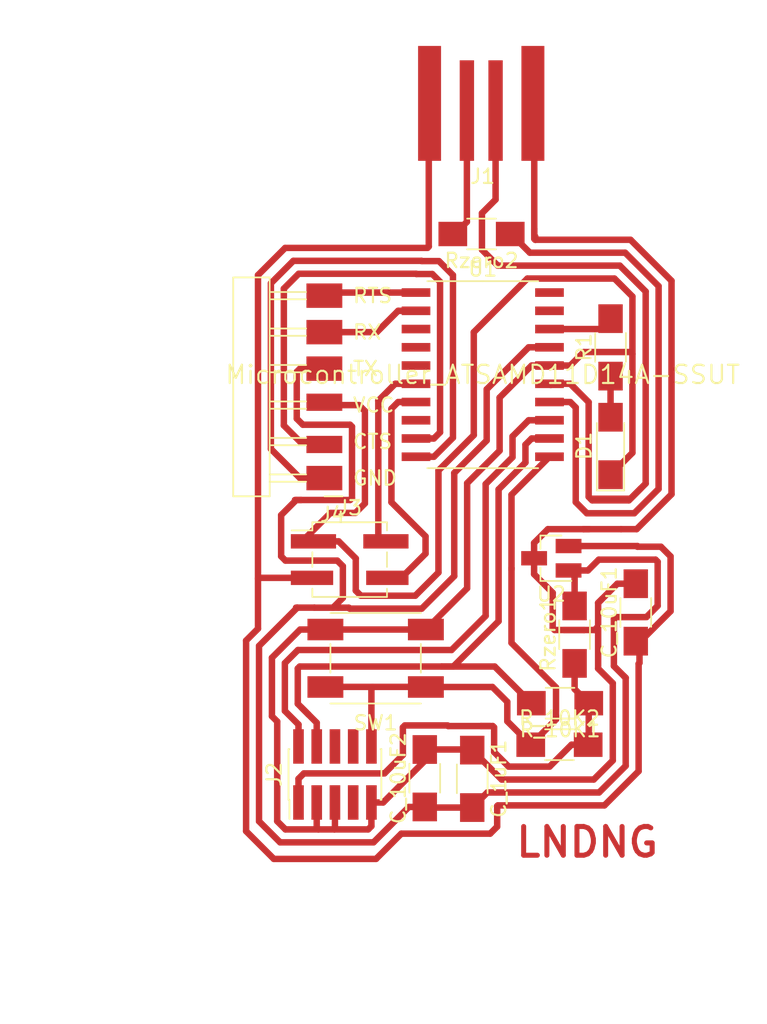
<source format=kicad_pcb>
(kicad_pcb (version 20171130) (host pcbnew "(5.1.12-1-10_14)")

  (general
    (thickness 1.6)
    (drawings 1)
    (tracks 322)
    (zones 0)
    (modules 16)
    (nets 26)
  )

  (page A4)
  (layers
    (0 F.Cu signal)
    (31 B.Cu signal)
    (32 B.Adhes user)
    (33 F.Adhes user)
    (34 B.Paste user)
    (35 F.Paste user)
    (36 B.SilkS user)
    (37 F.SilkS user)
    (38 B.Mask user)
    (39 F.Mask user)
    (40 Dwgs.User user)
    (41 Cmts.User user)
    (42 Eco1.User user)
    (43 Eco2.User user)
    (44 Edge.Cuts user)
    (45 Margin user)
    (46 B.CrtYd user)
    (47 F.CrtYd user)
    (48 B.Fab user)
    (49 F.Fab user)
  )

  (setup
    (last_trace_width 0.45)
    (trace_clearance 0.45)
    (zone_clearance 0.508)
    (zone_45_only no)
    (trace_min 0.2)
    (via_size 0.8)
    (via_drill 0.4)
    (via_min_size 0.4)
    (via_min_drill 0.3)
    (uvia_size 0.3)
    (uvia_drill 0.1)
    (uvias_allowed no)
    (uvia_min_size 0.2)
    (uvia_min_drill 0.1)
    (edge_width 0.05)
    (segment_width 0.2)
    (pcb_text_width 0.3)
    (pcb_text_size 1.5 1.5)
    (mod_edge_width 0.12)
    (mod_text_size 1 1)
    (mod_text_width 0.15)
    (pad_size 2.95 1)
    (pad_drill 0)
    (pad_to_mask_clearance 0)
    (aux_axis_origin 0 0)
    (visible_elements FFFFFF7F)
    (pcbplotparams
      (layerselection 0x010fc_ffffffff)
      (usegerberextensions false)
      (usegerberattributes true)
      (usegerberadvancedattributes true)
      (creategerberjobfile true)
      (excludeedgelayer true)
      (linewidth 0.100000)
      (plotframeref false)
      (viasonmask false)
      (mode 1)
      (useauxorigin false)
      (hpglpennumber 1)
      (hpglpenspeed 20)
      (hpglpendiameter 15.000000)
      (psnegative false)
      (psa4output false)
      (plotreference true)
      (plotvalue true)
      (plotinvisibletext false)
      (padsonsilk false)
      (subtractmaskfromsilk false)
      (outputformat 1)
      (mirror false)
      (drillshape 1)
      (scaleselection 1)
      (outputdirectory ""))
  )

  (net 0 "")
  (net 1 +5V)
  (net 2 GND)
  (net 3 +3V3)
  (net 4 /SWDIO)
  (net 5 /SWDCLK)
  (net 6 "Net-(J2-Pad6)")
  (net 7 "Net-(J2-Pad7)")
  (net 8 "Net-(J2-Pad8)")
  (net 9 /RESET)
  (net 10 /TX)
  (net 11 /RX)
  (net 12 /D23)
  (net 13 /D22)
  (net 14 /A03)
  (net 15 /A02)
  (net 16 /A05)
  (net 17 /A06)
  (net 18 /A07)
  (net 19 "Net-(U1-Pad4)")
  (net 20 "Net-(U1-Pad5)")
  (net 21 /D16)
  (net 22 /D-)
  (net 23 /D+)
  (net 24 /A04)
  (net 25 "Net-(D1-Pad2)")

  (net_class Default "This is the default net class."
    (clearance 0.45)
    (trace_width 0.45)
    (via_dia 0.8)
    (via_drill 0.4)
    (uvia_dia 0.3)
    (uvia_drill 0.1)
    (add_net +3V3)
    (add_net +5V)
    (add_net /A02)
    (add_net /A03)
    (add_net /A04)
    (add_net /A05)
    (add_net /A06)
    (add_net /A07)
    (add_net /D+)
    (add_net /D-)
    (add_net /D16)
    (add_net /D22)
    (add_net /D23)
    (add_net /RESET)
    (add_net /RX)
    (add_net /SWDCLK)
    (add_net /SWDIO)
    (add_net /TX)
    (add_net GND)
    (add_net "Net-(D1-Pad2)")
    (add_net "Net-(J2-Pad6)")
    (add_net "Net-(J2-Pad7)")
    (add_net "Net-(J2-Pad8)")
    (add_net "Net-(U1-Pad4)")
    (add_net "Net-(U1-Pad5)")
  )

  (module fab:PinHeader_2x02_P2.54mm_Vertical_SMD (layer F.Cu) (tedit 6196D7E1) (tstamp 6195D45C)
    (at 44.68852 101.48316)
    (descr "surface-mounted straight pin header, 2x02, 2.54mm pitch, double rows")
    (tags "Surface mounted pin header SMD 2x02 2.54mm double row")
    (path /619A2808)
    (attr smd)
    (fp_text reference J3 (at 0 -3.6) (layer F.SilkS)
      (effects (font (size 1 1) (thickness 0.15)))
    )
    (fp_text value Conn_PinHeader_2x02_P2.54mm_Vertical_SMD (at 0 3.6) (layer F.Fab)
      (effects (font (size 1 1) (thickness 0.15)))
    )
    (fp_line (start 5.9 -3.05) (end -5.9 -3.05) (layer F.CrtYd) (width 0.05))
    (fp_line (start 5.9 3.05) (end 5.9 -3.05) (layer F.CrtYd) (width 0.05))
    (fp_line (start -5.9 3.05) (end 5.9 3.05) (layer F.CrtYd) (width 0.05))
    (fp_line (start -5.9 -3.05) (end -5.9 3.05) (layer F.CrtYd) (width 0.05))
    (fp_line (start 2.6 -0.51) (end 2.6 0.51) (layer F.SilkS) (width 0.12))
    (fp_line (start -2.6 -0.51) (end -2.6 0.51) (layer F.SilkS) (width 0.12))
    (fp_line (start 2.6 2.03) (end 2.6 2.6) (layer F.SilkS) (width 0.12))
    (fp_line (start -2.6 2.03) (end -2.6 2.6) (layer F.SilkS) (width 0.12))
    (fp_line (start 2.6 -2.6) (end 2.6 -2.03) (layer F.SilkS) (width 0.12))
    (fp_line (start -2.6 -2.6) (end -2.6 -2.03) (layer F.SilkS) (width 0.12))
    (fp_line (start -4.04 -2.03) (end -2.6 -2.03) (layer F.SilkS) (width 0.12))
    (fp_line (start -2.6 2.6) (end 2.6 2.6) (layer F.SilkS) (width 0.12))
    (fp_line (start -2.6 -2.6) (end 2.6 -2.6) (layer F.SilkS) (width 0.12))
    (fp_line (start 3.6 1.59) (end 2.54 1.59) (layer F.Fab) (width 0.1))
    (fp_line (start 3.6 0.95) (end 3.6 1.59) (layer F.Fab) (width 0.1))
    (fp_line (start 2.54 0.95) (end 3.6 0.95) (layer F.Fab) (width 0.1))
    (fp_line (start -3.6 1.59) (end -2.54 1.59) (layer F.Fab) (width 0.1))
    (fp_line (start -3.6 0.95) (end -3.6 1.59) (layer F.Fab) (width 0.1))
    (fp_line (start -2.54 0.95) (end -3.6 0.95) (layer F.Fab) (width 0.1))
    (fp_line (start 3.6 -0.95) (end 2.54 -0.95) (layer F.Fab) (width 0.1))
    (fp_line (start 3.6 -1.59) (end 3.6 -0.95) (layer F.Fab) (width 0.1))
    (fp_line (start 2.54 -1.59) (end 3.6 -1.59) (layer F.Fab) (width 0.1))
    (fp_line (start -3.6 -0.95) (end -2.54 -0.95) (layer F.Fab) (width 0.1))
    (fp_line (start -3.6 -1.59) (end -3.6 -0.95) (layer F.Fab) (width 0.1))
    (fp_line (start -2.54 -1.59) (end -3.6 -1.59) (layer F.Fab) (width 0.1))
    (fp_line (start 2.54 -2.54) (end 2.54 2.54) (layer F.Fab) (width 0.1))
    (fp_line (start -2.54 -1.59) (end -1.59 -2.54) (layer F.Fab) (width 0.1))
    (fp_line (start -2.54 2.54) (end -2.54 -1.59) (layer F.Fab) (width 0.1))
    (fp_line (start -1.59 -2.54) (end 2.54 -2.54) (layer F.Fab) (width 0.1))
    (fp_line (start 2.54 2.54) (end -2.54 2.54) (layer F.Fab) (width 0.1))
    (fp_text user %R (at 0 0 90) (layer F.Fab)
      (effects (font (size 1 1) (thickness 0.15)))
    )
    (pad 1 smd rect (at -2.525 -1.27) (size 3.15 1) (layers F.Cu F.Paste F.Mask)
      (net 2 GND))
    (pad 2 smd rect (at 2.525 -1.27) (size 3.15 1) (layers F.Cu F.Paste F.Mask)
      (net 10 /TX))
    (pad 3 smd rect (at -2.525 1.27) (size 2.95 1) (drill (offset -0.1 0)) (layers F.Cu F.Paste F.Mask)
      (net 1 +5V))
    (pad 4 smd rect (at 2.525 1.27) (size 2.95 1) (drill (offset 0.1 0)) (layers F.Cu F.Paste F.Mask)
      (net 11 /RX))
    (model ${KISYS3DMOD}/Connector_PinHeader_2.54mm.3dshapes/PinHeader_2x02_P2.54mm_Vertical_SMD.wrl
      (at (xyz 0 0 0))
      (scale (xyz 1 1 1))
      (rotate (xyz 0 0 0))
    )
  )

  (module fab:R_1206 (layer F.Cu) (tedit 60020482) (tstamp 6197A271)
    (at 60.36056 106.71048 90)
    (descr "Resistor SMD 1206, hand soldering")
    (tags "resistor 1206")
    (path /61A87691)
    (attr smd)
    (fp_text reference Rzero1 (at 0 -1.85 90) (layer F.SilkS)
      (effects (font (size 1 1) (thickness 0.15)))
    )
    (fp_text value R (at 0 1.9 90) (layer F.Fab)
      (effects (font (size 1 1) (thickness 0.15)))
    )
    (fp_line (start -1.6 0.8) (end -1.6 -0.8) (layer F.Fab) (width 0.1))
    (fp_line (start 1.6 0.8) (end -1.6 0.8) (layer F.Fab) (width 0.1))
    (fp_line (start 1.6 -0.8) (end 1.6 0.8) (layer F.Fab) (width 0.1))
    (fp_line (start -1.6 -0.8) (end 1.6 -0.8) (layer F.Fab) (width 0.1))
    (fp_line (start 1 1.07) (end -1 1.07) (layer F.SilkS) (width 0.12))
    (fp_line (start -1 -1.07) (end 1 -1.07) (layer F.SilkS) (width 0.12))
    (fp_line (start -3.25 -1.11) (end 3.25 -1.11) (layer F.CrtYd) (width 0.05))
    (fp_line (start -3.25 -1.11) (end -3.25 1.1) (layer F.CrtYd) (width 0.05))
    (fp_line (start 3.25 1.1) (end 3.25 -1.11) (layer F.CrtYd) (width 0.05))
    (fp_line (start 3.25 1.1) (end -3.25 1.1) (layer F.CrtYd) (width 0.05))
    (fp_text user %R (at 0 0 90) (layer F.Fab)
      (effects (font (size 0.7 0.7) (thickness 0.105)))
    )
    (pad 2 smd rect (at 2 0 90) (size 2 1.7) (layers F.Cu F.Paste F.Mask)
      (net 3 +3V3))
    (pad 1 smd rect (at -2 0 90) (size 2 1.7) (layers F.Cu F.Paste F.Mask)
      (net 3 +3V3))
    (model ${FAB}/fab.3dshapes/R_1206.step
      (at (xyz 0 0 0))
      (scale (xyz 1 1 1))
      (rotate (xyz 0 0 0))
    )
  )

  (module fab:SOIC-20_7.5x12.8mm_P1.27mm (layer F.Cu) (tedit 600301A3) (tstamp 6195D4F0)
    (at 53.9605 88.6079)
    (descr "SOIC, 20 Pin, fab version")
    (tags "SOIC fab")
    (path /619642CD)
    (attr smd)
    (fp_text reference U1 (at 0 -7.35) (layer F.SilkS)
      (effects (font (size 1 1) (thickness 0.15)))
    )
    (fp_text value Microcontroller_ATSAMD11D14A-SSUT (at 0 0) (layer F.SilkS)
      (effects (font (size 1.27 1.27) (thickness 0.15)))
    )
    (fp_line (start -5.95 6.75) (end -5.95 -6.75) (layer B.CrtYd) (width 0.05))
    (fp_line (start 6 6.75) (end -5.95 6.75) (layer B.CrtYd) (width 0.05))
    (fp_line (start 6 -6.75) (end 6 6.75) (layer B.CrtYd) (width 0.05))
    (fp_line (start -5.95 -6.75) (end 6 -6.75) (layer B.CrtYd) (width 0.05))
    (fp_line (start 0 6.51) (end 3.86 6.51) (layer F.SilkS) (width 0.12))
    (fp_line (start 0 6.51) (end -3.86 6.51) (layer F.SilkS) (width 0.12))
    (fp_line (start 0 -6.51) (end 3.86 -6.51) (layer F.SilkS) (width 0.12))
    (fp_line (start 0 -6.51) (end -3.86 -6.51) (layer F.SilkS) (width 0.12))
    (fp_line (start -2.75 -6.4) (end 3.75 -6.4) (layer F.Fab) (width 0.1))
    (fp_line (start 3.75 -6.4) (end 3.75 6.4) (layer F.Fab) (width 0.1))
    (fp_line (start 3.75 6.4) (end -3.75 6.4) (layer F.Fab) (width 0.1))
    (fp_line (start -3.75 6.4) (end -3.75 -5.4) (layer F.Fab) (width 0.1))
    (fp_line (start -3.75 -5.4) (end -2.75 -6.4) (layer F.Fab) (width 0.1))
    (fp_text user %R (at 0 0) (layer B.CrtYd)
      (effects (font (size 1 1) (thickness 0.15)))
    )
    (pad 1 smd rect (at -4.65 -5.715) (size 2 0.6) (layers F.Cu F.Paste F.Mask)
      (net 16 /A05))
    (pad 2 smd rect (at -4.65 -4.445) (size 2 0.6) (layers F.Cu F.Paste F.Mask)
      (net 17 /A06))
    (pad 3 smd rect (at -4.65 -3.175) (size 2 0.6) (layers F.Cu F.Paste F.Mask)
      (net 18 /A07))
    (pad 4 smd rect (at -4.65 -1.905) (size 2 0.6) (layers F.Cu F.Paste F.Mask)
      (net 19 "Net-(U1-Pad4)"))
    (pad 5 smd rect (at -4.65 -0.635) (size 2 0.6) (layers F.Cu F.Paste F.Mask)
      (net 20 "Net-(U1-Pad5)"))
    (pad 6 smd rect (at -4.65 0.635) (size 2 0.6) (layers F.Cu F.Paste F.Mask)
      (net 10 /TX))
    (pad 7 smd rect (at -4.65 1.905) (size 2 0.6) (layers F.Cu F.Paste F.Mask)
      (net 11 /RX))
    (pad 8 smd rect (at -4.65 3.175) (size 2 0.6) (layers F.Cu F.Paste F.Mask)
      (net 21 /D16))
    (pad 9 smd rect (at -4.65 4.445) (size 2 0.6) (layers F.Cu F.Paste F.Mask)
      (net 13 /D22))
    (pad 10 smd rect (at -4.65 5.715) (size 2 0.6) (layers F.Cu F.Paste F.Mask)
      (net 12 /D23))
    (pad 11 smd rect (at 4.65 5.715) (size 2 0.6) (layers F.Cu F.Paste F.Mask)
      (net 9 /RESET))
    (pad 12 smd rect (at 4.65 4.445) (size 2 0.6) (layers F.Cu F.Paste F.Mask)
      (net 5 /SWDCLK))
    (pad 13 smd rect (at 4.65 3.175) (size 2 0.6) (layers F.Cu F.Paste F.Mask)
      (net 4 /SWDIO))
    (pad 14 smd rect (at 4.65 1.905) (size 2 0.6) (layers F.Cu F.Paste F.Mask)
      (net 22 /D-))
    (pad 15 smd rect (at 4.65 0.635) (size 2 0.6) (layers F.Cu F.Paste F.Mask)
      (net 23 /D+))
    (pad 16 smd rect (at 4.65 -0.635) (size 2 0.6) (layers F.Cu F.Paste F.Mask)
      (net 2 GND))
    (pad 17 smd rect (at 4.65 -1.905) (size 2 0.6) (layers F.Cu F.Paste F.Mask)
      (net 3 +3V3))
    (pad 18 smd rect (at 4.65 -3.175) (size 2 0.6) (layers F.Cu F.Paste F.Mask)
      (net 15 /A02))
    (pad 19 smd rect (at 4.65 -4.445) (size 2 0.6) (layers F.Cu F.Paste F.Mask)
      (net 14 /A03))
    (pad 20 smd rect (at 4.65 -5.715) (size 2 0.6) (layers F.Cu F.Paste F.Mask)
      (net 24 /A04))
    (model ${FAB}/fab.3dshapes/SOIC-20_7.5x12.8mm_P1.27mm.step
      (at (xyz 0 0 0))
      (scale (xyz 1 1 1))
      (rotate (xyz 0 0 0))
    )
  )

  (module fab:PinHeader_2x05_P1.27mm_Vertical_SMD (layer F.Cu) (tedit 60851B62) (tstamp 619793DC)
    (at 43.6626 116.44304 90)
    (descr "surface-mounted straight pin header, 2x05, 1.27mm pitch, double rows")
    (tags "Surface mounted pin header SMD 2x05 1.27mm double row")
    (path /617150F6)
    (attr smd)
    (fp_text reference J2 (at 0 -4.235 90) (layer F.SilkS)
      (effects (font (size 1 1) (thickness 0.15)))
    )
    (fp_text value Conn_PinHeader_2x05_P1.27mm_Vertical_SMD (at 0 4.235 90) (layer F.Fab)
      (effects (font (size 1 1) (thickness 0.15)))
    )
    (fp_line (start 1.705 3.175) (end -1.705 3.175) (layer F.Fab) (width 0.1))
    (fp_line (start -1.27 -3.175) (end 1.705 -3.175) (layer F.Fab) (width 0.1))
    (fp_line (start -1.705 3.175) (end -1.705 -2.74) (layer F.Fab) (width 0.1))
    (fp_line (start -1.705 -2.74) (end -1.27 -3.175) (layer F.Fab) (width 0.1))
    (fp_line (start 1.705 -3.175) (end 1.705 3.175) (layer F.Fab) (width 0.1))
    (fp_line (start -1.705 -2.74) (end -2.75 -2.74) (layer F.Fab) (width 0.1))
    (fp_line (start -2.75 -2.74) (end -2.75 -2.34) (layer F.Fab) (width 0.1))
    (fp_line (start -2.75 -2.34) (end -1.705 -2.34) (layer F.Fab) (width 0.1))
    (fp_line (start 1.705 -2.74) (end 2.75 -2.74) (layer F.Fab) (width 0.1))
    (fp_line (start 2.75 -2.74) (end 2.75 -2.34) (layer F.Fab) (width 0.1))
    (fp_line (start 2.75 -2.34) (end 1.705 -2.34) (layer F.Fab) (width 0.1))
    (fp_line (start -1.705 -1.47) (end -2.75 -1.47) (layer F.Fab) (width 0.1))
    (fp_line (start -2.75 -1.47) (end -2.75 -1.07) (layer F.Fab) (width 0.1))
    (fp_line (start -2.75 -1.07) (end -1.705 -1.07) (layer F.Fab) (width 0.1))
    (fp_line (start 1.705 -1.47) (end 2.75 -1.47) (layer F.Fab) (width 0.1))
    (fp_line (start 2.75 -1.47) (end 2.75 -1.07) (layer F.Fab) (width 0.1))
    (fp_line (start 2.75 -1.07) (end 1.705 -1.07) (layer F.Fab) (width 0.1))
    (fp_line (start -1.705 -0.2) (end -2.75 -0.2) (layer F.Fab) (width 0.1))
    (fp_line (start -2.75 -0.2) (end -2.75 0.2) (layer F.Fab) (width 0.1))
    (fp_line (start -2.75 0.2) (end -1.705 0.2) (layer F.Fab) (width 0.1))
    (fp_line (start 1.705 -0.2) (end 2.75 -0.2) (layer F.Fab) (width 0.1))
    (fp_line (start 2.75 -0.2) (end 2.75 0.2) (layer F.Fab) (width 0.1))
    (fp_line (start 2.75 0.2) (end 1.705 0.2) (layer F.Fab) (width 0.1))
    (fp_line (start -1.705 1.07) (end -2.75 1.07) (layer F.Fab) (width 0.1))
    (fp_line (start -2.75 1.07) (end -2.75 1.47) (layer F.Fab) (width 0.1))
    (fp_line (start -2.75 1.47) (end -1.705 1.47) (layer F.Fab) (width 0.1))
    (fp_line (start 1.705 1.07) (end 2.75 1.07) (layer F.Fab) (width 0.1))
    (fp_line (start 2.75 1.07) (end 2.75 1.47) (layer F.Fab) (width 0.1))
    (fp_line (start 2.75 1.47) (end 1.705 1.47) (layer F.Fab) (width 0.1))
    (fp_line (start -1.705 2.34) (end -2.75 2.34) (layer F.Fab) (width 0.1))
    (fp_line (start -2.75 2.34) (end -2.75 2.74) (layer F.Fab) (width 0.1))
    (fp_line (start -2.75 2.74) (end -1.705 2.74) (layer F.Fab) (width 0.1))
    (fp_line (start 1.705 2.34) (end 2.75 2.34) (layer F.Fab) (width 0.1))
    (fp_line (start 2.75 2.34) (end 2.75 2.74) (layer F.Fab) (width 0.1))
    (fp_line (start 2.75 2.74) (end 1.705 2.74) (layer F.Fab) (width 0.1))
    (fp_line (start -1.765 -3.235) (end 1.765 -3.235) (layer F.SilkS) (width 0.12))
    (fp_line (start -1.765 3.235) (end 1.765 3.235) (layer F.SilkS) (width 0.12))
    (fp_line (start -3.09 -3.17) (end -1.765 -3.17) (layer F.SilkS) (width 0.12))
    (fp_line (start -1.765 -3.235) (end -1.765 -3.17) (layer F.SilkS) (width 0.12))
    (fp_line (start 1.765 -3.235) (end 1.765 -3.17) (layer F.SilkS) (width 0.12))
    (fp_line (start -1.765 3.17) (end -1.765 3.235) (layer F.SilkS) (width 0.12))
    (fp_line (start 1.765 3.17) (end 1.765 3.235) (layer F.SilkS) (width 0.12))
    (fp_line (start -4.3 -3.7) (end -4.3 3.7) (layer F.CrtYd) (width 0.05))
    (fp_line (start -4.3 3.7) (end 4.3 3.7) (layer F.CrtYd) (width 0.05))
    (fp_line (start 4.3 3.7) (end 4.3 -3.7) (layer F.CrtYd) (width 0.05))
    (fp_line (start 4.3 -3.7) (end -4.3 -3.7) (layer F.CrtYd) (width 0.05))
    (fp_text user %R (at 0 0) (layer F.Fab)
      (effects (font (size 1 1) (thickness 0.15)))
    )
    (pad 1 smd rect (at -1.95 -2.54 90) (size 2.4 0.74) (layers F.Cu F.Paste F.Mask)
      (net 3 +3V3))
    (pad 2 smd rect (at 1.95 -2.54 90) (size 2.4 0.74) (layers F.Cu F.Paste F.Mask)
      (net 4 /SWDIO))
    (pad 3 smd rect (at -1.95 -1.27 90) (size 2.4 0.74) (layers F.Cu F.Paste F.Mask)
      (net 2 GND))
    (pad 4 smd rect (at 1.95 -1.27 90) (size 2.4 0.74) (layers F.Cu F.Paste F.Mask)
      (net 5 /SWDCLK))
    (pad 5 smd rect (at -1.95 0 90) (size 2.4 0.74) (layers F.Cu F.Paste F.Mask)
      (net 2 GND))
    (pad 6 smd rect (at 1.95 0 90) (size 2.4 0.74) (layers F.Cu F.Paste F.Mask)
      (net 6 "Net-(J2-Pad6)"))
    (pad 7 smd rect (at -1.95 1.27 90) (size 2.4 0.74) (layers F.Cu F.Paste F.Mask)
      (net 7 "Net-(J2-Pad7)"))
    (pad 8 smd rect (at 1.95 1.27 90) (size 2.4 0.74) (layers F.Cu F.Paste F.Mask)
      (net 8 "Net-(J2-Pad8)"))
    (pad 9 smd rect (at -1.95 2.54 90) (size 2.4 0.74) (layers F.Cu F.Paste F.Mask)
      (net 2 GND))
    (pad 10 smd rect (at 1.95 2.54 90) (size 2.4 0.74) (layers F.Cu F.Paste F.Mask)
      (net 9 /RESET))
    (model ${KISYS3DMOD}/Connector_PinHeader_1.27mm.3dshapes/PinHeader_2x05_P1.27mm_Vertical_SMD.wrl
      (at (xyz 0 0 0))
      (scale (xyz 1 1 1))
      (rotate (xyz 0 0 0))
    )
  )

  (module fab:R_1206 (layer F.Cu) (tedit 60020482) (tstamp 619734BA)
    (at 62.865 86.709 90)
    (descr "Resistor SMD 1206, hand soldering")
    (tags "resistor 1206")
    (path /61A0661A)
    (attr smd)
    (fp_text reference R1 (at 0 -1.85 90) (layer F.SilkS)
      (effects (font (size 1 1) (thickness 0.15)))
    )
    (fp_text value R (at 0 1.9 90) (layer F.Fab)
      (effects (font (size 1 1) (thickness 0.15)))
    )
    (fp_line (start -1.6 0.8) (end -1.6 -0.8) (layer F.Fab) (width 0.1))
    (fp_line (start 1.6 0.8) (end -1.6 0.8) (layer F.Fab) (width 0.1))
    (fp_line (start 1.6 -0.8) (end 1.6 0.8) (layer F.Fab) (width 0.1))
    (fp_line (start -1.6 -0.8) (end 1.6 -0.8) (layer F.Fab) (width 0.1))
    (fp_line (start 1 1.07) (end -1 1.07) (layer F.SilkS) (width 0.12))
    (fp_line (start -1 -1.07) (end 1 -1.07) (layer F.SilkS) (width 0.12))
    (fp_line (start -3.25 -1.11) (end 3.25 -1.11) (layer F.CrtYd) (width 0.05))
    (fp_line (start -3.25 -1.11) (end -3.25 1.1) (layer F.CrtYd) (width 0.05))
    (fp_line (start 3.25 1.1) (end 3.25 -1.11) (layer F.CrtYd) (width 0.05))
    (fp_line (start 3.25 1.1) (end -3.25 1.1) (layer F.CrtYd) (width 0.05))
    (fp_text user %R (at 0 0 90) (layer F.Fab)
      (effects (font (size 0.7 0.7) (thickness 0.105)))
    )
    (pad 2 smd rect (at 2 0 90) (size 2 1.7) (layers F.Cu F.Paste F.Mask)
      (net 15 /A02))
    (pad 1 smd rect (at -2 0 90) (size 2 1.7) (layers F.Cu F.Paste F.Mask)
      (net 25 "Net-(D1-Pad2)"))
    (model ${FAB}/fab.3dshapes/R_1206.step
      (at (xyz 0 0 0))
      (scale (xyz 1 1 1))
      (rotate (xyz 0 0 0))
    )
  )

  (module fab:LED_1206 (layer F.Cu) (tedit 595FC724) (tstamp 61976D68)
    (at 62.865 93.57208 90)
    (descr "LED SMD 1206, hand soldering")
    (tags "LED 1206")
    (path /61A06FA4)
    (attr smd)
    (fp_text reference D1 (at 0 -1.85 90) (layer F.SilkS)
      (effects (font (size 1 1) (thickness 0.15)))
    )
    (fp_text value LED (at 0 1.9 90) (layer F.Fab)
      (effects (font (size 1 1) (thickness 0.15)))
    )
    (fp_line (start 3.25 1.1) (end -3.25 1.1) (layer F.CrtYd) (width 0.05))
    (fp_line (start 3.25 1.1) (end 3.25 -1.11) (layer F.CrtYd) (width 0.05))
    (fp_line (start -3.25 -1.11) (end -3.25 1.1) (layer F.CrtYd) (width 0.05))
    (fp_line (start -3.25 -1.11) (end 3.25 -1.11) (layer F.CrtYd) (width 0.05))
    (fp_line (start -3.1 -0.95) (end 1.6 -0.95) (layer F.SilkS) (width 0.12))
    (fp_line (start -3.1 0.95) (end 1.6 0.95) (layer F.SilkS) (width 0.12))
    (fp_line (start -1.6 -0.8) (end 1.6 -0.8) (layer F.Fab) (width 0.1))
    (fp_line (start 1.6 -0.8) (end 1.6 0.8) (layer F.Fab) (width 0.1))
    (fp_line (start 1.6 0.8) (end -1.6 0.8) (layer F.Fab) (width 0.1))
    (fp_line (start -1.6 0.8) (end -1.6 -0.8) (layer F.Fab) (width 0.1))
    (fp_line (start -0.45 -0.4) (end -0.45 0.4) (layer F.Fab) (width 0.1))
    (fp_line (start 0.2 0.4) (end -0.4 0) (layer F.Fab) (width 0.1))
    (fp_line (start 0.2 -0.4) (end 0.2 0.4) (layer F.Fab) (width 0.1))
    (fp_line (start -0.4 0) (end 0.2 -0.4) (layer F.Fab) (width 0.1))
    (fp_line (start -3.1 -0.95) (end -3.1 0.95) (layer F.SilkS) (width 0.12))
    (pad 2 smd rect (at 2 0 90) (size 2 1.7) (layers F.Cu F.Paste F.Mask)
      (net 25 "Net-(D1-Pad2)"))
    (pad 1 smd rect (at -2 0 90) (size 2 1.7) (layers F.Cu F.Paste F.Mask)
      (net 2 GND))
    (model ${KISYS3DMOD}/LEDs.3dshapes/LED_1206.wrl
      (at (xyz 0 0 0))
      (scale (xyz 1 1 1))
      (rotate (xyz 0 0 180))
    )
  )

  (module fab:Button_Omron_B3SN_6x6mm (layer F.Cu) (tedit 5EC65B05) (tstamp 61979316)
    (at 46.49736 108.35284 180)
    (descr "Surface Mount Tactile Switch for High-Density Packaging")
    (tags "Tactile Switch")
    (path /61724A81)
    (attr smd)
    (fp_text reference SW1 (at 0 -4.5) (layer F.SilkS)
      (effects (font (size 1 1) (thickness 0.15)))
    )
    (fp_text value BUTTON_B3SN (at 0 4.5) (layer F.Fab)
      (effects (font (size 1 1) (thickness 0.15)))
    )
    (fp_line (start -3 3) (end -3 -3) (layer F.Fab) (width 0.1))
    (fp_line (start 3 3) (end -3 3) (layer F.Fab) (width 0.1))
    (fp_line (start 3 -3) (end 3 3) (layer F.Fab) (width 0.1))
    (fp_line (start -3 -3) (end 3 -3) (layer F.Fab) (width 0.1))
    (fp_circle (center 0 0) (end 1.65 0) (layer F.Fab) (width 0.1))
    (fp_line (start 3.15 -1) (end 3.15 1) (layer F.SilkS) (width 0.12))
    (fp_line (start 3.15 3.15) (end -3.15 3.15) (layer F.SilkS) (width 0.12))
    (fp_line (start -3.15 1) (end -3.15 -1) (layer F.SilkS) (width 0.12))
    (fp_line (start -3.15 -3.15) (end 3.15 -3.15) (layer F.SilkS) (width 0.12))
    (fp_line (start -5 -3.7) (end -5 3.7) (layer F.CrtYd) (width 0.05))
    (fp_line (start 5 -3.7) (end -5 -3.7) (layer F.CrtYd) (width 0.05))
    (fp_line (start 5 3.7) (end 5 -3.7) (layer F.CrtYd) (width 0.05))
    (fp_line (start -5 3.7) (end 5 3.7) (layer F.CrtYd) (width 0.05))
    (fp_text user %R (at 0 -4.5) (layer F.Fab)
      (effects (font (size 1 1) (thickness 0.15)))
    )
    (pad 2 smd rect (at 3.5 2 180) (size 2.5 1.5) (layers F.Cu F.Paste F.Mask)
      (net 2 GND))
    (pad 2 smd rect (at -3.5 2 180) (size 2.5 1.5) (layers F.Cu F.Paste F.Mask)
      (net 2 GND))
    (pad 1 smd rect (at 3.5 -2 180) (size 2.5 1.5) (layers F.Cu F.Paste F.Mask)
      (net 9 /RESET))
    (pad 1 smd rect (at -3.5 -2 180) (size 2.5 1.5) (layers F.Cu F.Paste F.Mask)
      (net 9 /RESET))
    (model ${KISYS3DMOD}/Buttons_Switches_SMD.3dshapes/SW_SPST_B3S-1000.wrl
      (at (xyz 0 0 0))
      (scale (xyz 1 1 1))
      (rotate (xyz 0 0 0))
    )
  )

  (module fab:R_1206 (layer F.Cu) (tedit 60020482) (tstamp 6197A0B2)
    (at 59.30544 114.37112)
    (descr "Resistor SMD 1206, hand soldering")
    (tags "resistor 1206")
    (path /61728AD6)
    (attr smd)
    (fp_text reference R_10K2 (at 0 -1.85) (layer F.SilkS)
      (effects (font (size 1 1) (thickness 0.15)))
    )
    (fp_text value R (at 0 1.9) (layer F.Fab)
      (effects (font (size 1 1) (thickness 0.15)))
    )
    (fp_line (start -1.6 0.8) (end -1.6 -0.8) (layer F.Fab) (width 0.1))
    (fp_line (start 1.6 0.8) (end -1.6 0.8) (layer F.Fab) (width 0.1))
    (fp_line (start 1.6 -0.8) (end 1.6 0.8) (layer F.Fab) (width 0.1))
    (fp_line (start -1.6 -0.8) (end 1.6 -0.8) (layer F.Fab) (width 0.1))
    (fp_line (start 1 1.07) (end -1 1.07) (layer F.SilkS) (width 0.12))
    (fp_line (start -1 -1.07) (end 1 -1.07) (layer F.SilkS) (width 0.12))
    (fp_line (start -3.25 -1.11) (end 3.25 -1.11) (layer F.CrtYd) (width 0.05))
    (fp_line (start -3.25 -1.11) (end -3.25 1.1) (layer F.CrtYd) (width 0.05))
    (fp_line (start 3.25 1.1) (end 3.25 -1.11) (layer F.CrtYd) (width 0.05))
    (fp_line (start 3.25 1.1) (end -3.25 1.1) (layer F.CrtYd) (width 0.05))
    (fp_text user %R (at 0 0) (layer F.Fab)
      (effects (font (size 0.7 0.7) (thickness 0.105)))
    )
    (pad 2 smd rect (at 2 0) (size 2 1.7) (layers F.Cu F.Paste F.Mask)
      (net 3 +3V3))
    (pad 1 smd rect (at -2 0) (size 2 1.7) (layers F.Cu F.Paste F.Mask)
      (net 9 /RESET))
    (model ${FAB}/fab.3dshapes/R_1206.step
      (at (xyz 0 0 0))
      (scale (xyz 1 1 1))
      (rotate (xyz 0 0 0))
    )
  )

  (module fab:SOT-23 (layer F.Cu) (tedit 60A7B52C) (tstamp 619792D9)
    (at 58.73892 101.39008 180)
    (descr "SOT-23, Standard")
    (tags SOT-23)
    (path /61716A24)
    (attr smd)
    (fp_text reference U2 (at 0 -2.5) (layer F.SilkS)
      (effects (font (size 1 1) (thickness 0.15)))
    )
    (fp_text value Regulator_Linear_LM3480-3.3V-100mA (at 0 2.5) (layer F.Fab)
      (effects (font (size 1 1) (thickness 0.15)))
    )
    (fp_line (start -0.7 -0.95) (end -0.7 1.5) (layer F.Fab) (width 0.1))
    (fp_line (start -0.15 -1.52) (end 0.7 -1.52) (layer F.Fab) (width 0.1))
    (fp_line (start -0.7 -0.95) (end -0.15 -1.52) (layer F.Fab) (width 0.1))
    (fp_line (start 0.7 -1.52) (end 0.7 1.52) (layer F.Fab) (width 0.1))
    (fp_line (start -0.7 1.52) (end 0.7 1.52) (layer F.Fab) (width 0.1))
    (fp_line (start 0.76 1.58) (end 0.76 0.65) (layer F.SilkS) (width 0.12))
    (fp_line (start 0.76 -1.58) (end 0.76 -0.65) (layer F.SilkS) (width 0.12))
    (fp_line (start -2.2 -1.75) (end 2.2 -1.75) (layer F.CrtYd) (width 0.05))
    (fp_line (start 2.2 -1.75) (end 2.2 1.75) (layer F.CrtYd) (width 0.05))
    (fp_line (start 2.2 1.75) (end -2.2 1.75) (layer F.CrtYd) (width 0.05))
    (fp_line (start -2.2 1.75) (end -2.2 -1.75) (layer F.CrtYd) (width 0.05))
    (fp_line (start 0.76 -1.58) (end -1.4 -1.58) (layer F.SilkS) (width 0.12))
    (fp_line (start 0.76 1.58) (end -0.7 1.58) (layer F.SilkS) (width 0.12))
    (fp_text user %R (at 0 0 90) (layer F.Fab)
      (effects (font (size 0.5 0.5) (thickness 0.075)))
    )
    (pad 3 smd rect (at 1.2 0 180) (size 1.8 1) (layers F.Cu F.Paste F.Mask)
      (net 2 GND))
    (pad 2 smd rect (at -1.2 0.85 180) (size 1.8 1) (layers F.Cu F.Paste F.Mask)
      (net 1 +5V))
    (pad 1 smd rect (at -1.2 -0.85 180) (size 1.8 1) (layers F.Cu F.Paste F.Mask)
      (net 3 +3V3))
    (model ${KISYS3DMOD}/TO_SOT_Packages_SMD.3dshapes/SOT-23.wrl
      (at (xyz 0 0 0))
      (scale (xyz 1 1 1))
      (rotate (xyz 0 0 0))
    )
  )

  (module fab:PinHeader_FTDI_01x06_P2.54mm_Horizontal_SMD (layer F.Cu) (tedit 6196117D) (tstamp 61972666)
    (at 42.926 95.8088 180)
    (descr https://s3.amazonaws.com/catalogspreads-pdf/PAGE112-113%20.100%20MALE%20HDR.pdf)
    (tags "horizontal pin header SMD 2.54mm")
    (path /618B05B0)
    (attr smd)
    (fp_text reference J4 (at -1.524 -2.54 180) (layer F.SilkS)
      (effects (font (size 1 1) (thickness 0.15)) (justify right))
    )
    (fp_text value Conn_PinHeader_FTDI_1x06_P2.54mm_Horizontal_SMD (at 2.286 15.621) (layer F.Fab)
      (effects (font (size 1 1) (thickness 0.15)))
    )
    (fp_line (start 6.4 -1.8) (end -1.8 -1.8) (layer F.CrtYd) (width 0.05))
    (fp_line (start 6.4 14.5) (end 6.4 -1.8) (layer F.CrtYd) (width 0.05))
    (fp_line (start -1.8 14.5) (end 6.4 14.5) (layer F.CrtYd) (width 0.05))
    (fp_line (start -1.8 -1.8) (end -1.8 14.5) (layer F.CrtYd) (width 0.05))
    (fp_line (start -1.27 -1.27) (end 0 -1.27) (layer F.SilkS) (width 0.12))
    (fp_line (start 3.8 13.97) (end 3.8 -1.27) (layer F.Fab) (width 0.1))
    (fp_line (start 3.8 -1.27) (end 6.34 -1.27) (layer F.Fab) (width 0.1))
    (fp_line (start 3.8 13.97) (end 6.35 13.97) (layer F.Fab) (width 0.1))
    (fp_line (start 6.34 -1.27) (end 6.35 13.97) (layer F.Fab) (width 0.1))
    (fp_line (start 3.81 0) (end -0.635 0) (layer F.Fab) (width 0.1))
    (fp_line (start 3.81 2.54) (end -0.635 2.54) (layer F.Fab) (width 0.1))
    (fp_line (start 3.81 5.08) (end -0.635 5.08) (layer F.Fab) (width 0.1))
    (fp_line (start 3.81 7.62) (end -0.635 7.62) (layer F.Fab) (width 0.1))
    (fp_line (start 3.81 10.16) (end -0.635 10.16) (layer F.Fab) (width 0.1))
    (fp_line (start 3.81 12.7) (end -0.635 12.7) (layer F.Fab) (width 0.1))
    (fp_line (start 3.81 -1.27) (end 6.35 -1.27) (layer F.SilkS) (width 0.12))
    (fp_line (start 6.35 -1.27) (end 6.35 13.97) (layer F.SilkS) (width 0.12))
    (fp_line (start 6.35 13.97) (end 3.81 13.97) (layer F.SilkS) (width 0.12))
    (fp_line (start 3.81 13.97) (end 3.81 -1.27) (layer F.SilkS) (width 0.12))
    (fp_line (start 3.81 -0.254) (end 1.27 -0.254) (layer F.SilkS) (width 0.12))
    (fp_line (start 3.81 0.254) (end 1.27 0.254) (layer F.SilkS) (width 0.12))
    (fp_line (start 3.81 2.286) (end 1.27 2.286) (layer F.SilkS) (width 0.12))
    (fp_line (start 3.81 2.794) (end 1.27 2.794) (layer F.SilkS) (width 0.12))
    (fp_line (start 3.81 4.826) (end 1.27 4.826) (layer F.SilkS) (width 0.12))
    (fp_line (start 3.81 5.334) (end 1.27 5.334) (layer F.SilkS) (width 0.12))
    (fp_line (start 3.81 7.366) (end 1.27 7.366) (layer F.SilkS) (width 0.12))
    (fp_line (start 3.81 7.874) (end 1.27 7.874) (layer F.SilkS) (width 0.12))
    (fp_line (start 3.81 9.906) (end 1.27 9.906) (layer F.SilkS) (width 0.12))
    (fp_line (start 3.81 10.414) (end 1.27 10.414) (layer F.SilkS) (width 0.12))
    (fp_line (start 3.81 12.446) (end 1.27 12.446) (layer F.SilkS) (width 0.12))
    (fp_line (start 3.81 12.954) (end 1.27 12.954) (layer F.SilkS) (width 0.12))
    (fp_line (start -0.635 -0.254) (end -0.635 0.254) (layer F.Fab) (width 0.1))
    (fp_line (start -0.635 2.286) (end -0.635 2.794) (layer F.Fab) (width 0.1))
    (fp_line (start -0.635 4.826) (end -0.635 5.334) (layer F.Fab) (width 0.1))
    (fp_line (start -0.635 7.366) (end -0.635 7.874) (layer F.Fab) (width 0.1))
    (fp_line (start -0.635 9.906) (end -0.635 10.414) (layer F.Fab) (width 0.1))
    (fp_line (start -0.635 12.446) (end -0.635 12.954) (layer F.Fab) (width 0.1))
    (fp_text user %R (at 2.6 6.1 90) (layer F.Fab)
      (effects (font (size 1 1) (thickness 0.15)))
    )
    (fp_text user GND (at -1.905 0) (layer F.SilkS)
      (effects (font (size 1 1) (thickness 0.15)) (justify left))
    )
    (fp_text user CTS (at -1.905 2.54) (layer F.SilkS)
      (effects (font (size 1 1) (thickness 0.15)) (justify left))
    )
    (fp_text user VCC (at -1.905 5.08) (layer F.SilkS)
      (effects (font (size 1 1) (thickness 0.15)) (justify left))
    )
    (fp_text user TX (at -1.905 7.62) (layer F.SilkS)
      (effects (font (size 1 1) (thickness 0.15)) (justify left))
    )
    (fp_text user RX (at -1.905 10.16) (layer F.SilkS)
      (effects (font (size 1 1) (thickness 0.15)) (justify left))
    )
    (fp_text user RTS (at -1.905 12.7) (layer F.SilkS)
      (effects (font (size 1 1) (thickness 0.15)) (justify left))
    )
    (pad 1 smd rect (at 0 0 180) (size 2.5 1.7) (layers F.Cu F.Paste F.Mask)
      (net 12 /D23))
    (pad 2 smd rect (at 0 2.54 180) (size 2.5 1.2) (drill (offset 0 -0.2)) (layers F.Cu F.Paste F.Mask)
      (net 13 /D22))
    (pad 3 smd rect (at 0 5.08 180) (size 2.5 1.2) (drill (offset 0 0.2)) (layers F.Cu F.Paste F.Mask)
      (net 2 GND))
    (pad 4 smd rect (at 0 7.62 180) (size 2.5 1.7) (layers F.Cu F.Paste F.Mask)
      (net 3 +3V3))
    (pad 5 smd rect (at 0 10.16 180) (size 2.5 1.7) (layers F.Cu F.Paste F.Mask)
      (net 17 /A06))
    (pad 6 smd rect (at 0 12.7 180) (size 2.5 1.7) (layers F.Cu F.Paste F.Mask)
      (net 16 /A05))
    (model ${FAB}/fab.3dshapes/Header_SMD_01x06_P2.54mm_Horizontal_Male.step
      (at (xyz 0 0 0))
      (scale (xyz 1 1 1))
      (rotate (xyz 0 0 0))
    )
  )

  (module usb_plug:USB_PLUG_TRACES (layer F.Cu) (tedit 6161FC20) (tstamp 619691C8)
    (at 53.8548 69.723)
    (path /61709CEB)
    (fp_text reference J1 (at 0.1 5.08) (layer F.SilkS)
      (effects (font (size 1 1) (thickness 0.15)))
    )
    (fp_text value USB_A (at 0.05 -6.35) (layer F.Fab)
      (effects (font (size 1 1) (thickness 0.15)))
    )
    (fp_line (start -6 -4.5) (end -6 6.5) (layer Cmts.User) (width 0.12))
    (fp_line (start 6 -4.5) (end 6 6.5) (layer Cmts.User) (width 0.12))
    (fp_line (start -6 -4.5) (end 6 -4.5) (layer Cmts.User) (width 0.12))
    (pad 1 smd rect (at -3.6 0) (size 1.6 8) (layers F.Cu F.Paste F.Mask)
      (net 1 +5V))
    (pad 4 smd rect (at 3.6 0) (size 1.6 8) (layers F.Cu F.Paste F.Mask)
      (net 2 GND))
    (pad 2 smd rect (at -1 0.5) (size 1 7) (layers F.Cu F.Paste F.Mask)
      (net 22 /D-))
    (pad 3 smd rect (at 1 0.5) (size 1 7) (layers F.Cu F.Paste F.Mask)
      (net 23 /D+))
  )

  (module fab:C_1206 (layer F.Cu) (tedit 6002C54C) (tstamp 6197A4E6)
    (at 64.62268 105.1626 90)
    (descr "Capacitor SMD 1206, hand soldering")
    (tags "capacitor 1206")
    (path /61730C13)
    (attr smd)
    (fp_text reference C_10uF1 (at 0 -1.85 90) (layer F.SilkS)
      (effects (font (size 1 1) (thickness 0.15)))
    )
    (fp_text value C (at 0 1.9 90) (layer F.Fab)
      (effects (font (size 1 1) (thickness 0.15)))
    )
    (fp_line (start 3.25 1.1) (end -3.25 1.1) (layer F.CrtYd) (width 0.05))
    (fp_line (start 3.25 1.1) (end 3.25 -1.11) (layer F.CrtYd) (width 0.05))
    (fp_line (start -3.25 -1.11) (end -3.25 1.1) (layer F.CrtYd) (width 0.05))
    (fp_line (start -3.25 -1.11) (end 3.25 -1.11) (layer F.CrtYd) (width 0.05))
    (fp_line (start -1 -1.07) (end 1 -1.07) (layer F.SilkS) (width 0.12))
    (fp_line (start 1 1.07) (end -1 1.07) (layer F.SilkS) (width 0.12))
    (fp_line (start -1.6 -0.8) (end 1.6 -0.8) (layer F.Fab) (width 0.1))
    (fp_line (start 1.6 -0.8) (end 1.6 0.8) (layer F.Fab) (width 0.1))
    (fp_line (start 1.6 0.8) (end -1.6 0.8) (layer F.Fab) (width 0.1))
    (fp_line (start -1.6 0.8) (end -1.6 -0.8) (layer F.Fab) (width 0.1))
    (fp_text user %R (at 0 0 90) (layer F.Fab)
      (effects (font (size 0.7 0.7) (thickness 0.105)))
    )
    (pad 1 smd rect (at -2 0 90) (size 2 1.7) (layers F.Cu F.Paste F.Mask)
      (net 1 +5V))
    (pad 2 smd rect (at 2 0 90) (size 2 1.7) (layers F.Cu F.Paste F.Mask)
      (net 2 GND))
    (model ${FAB}/fab.3dshapes/C_1206.step
      (at (xyz 0 0 0))
      (scale (xyz 1 1 1))
      (rotate (xyz 0 0 0))
    )
  )

  (module fab:C_1206 (layer F.Cu) (tedit 6002C54C) (tstamp 61979494)
    (at 49.92116 116.70436 90)
    (descr "Capacitor SMD 1206, hand soldering")
    (tags "capacitor 1206")
    (path /617197CF)
    (attr smd)
    (fp_text reference C_10uF2 (at 0 -1.85 90) (layer F.SilkS)
      (effects (font (size 1 1) (thickness 0.15)))
    )
    (fp_text value C (at 0 1.9 90) (layer F.Fab)
      (effects (font (size 1 1) (thickness 0.15)))
    )
    (fp_line (start 3.25 1.1) (end -3.25 1.1) (layer F.CrtYd) (width 0.05))
    (fp_line (start 3.25 1.1) (end 3.25 -1.11) (layer F.CrtYd) (width 0.05))
    (fp_line (start -3.25 -1.11) (end -3.25 1.1) (layer F.CrtYd) (width 0.05))
    (fp_line (start -3.25 -1.11) (end 3.25 -1.11) (layer F.CrtYd) (width 0.05))
    (fp_line (start -1 -1.07) (end 1 -1.07) (layer F.SilkS) (width 0.12))
    (fp_line (start 1 1.07) (end -1 1.07) (layer F.SilkS) (width 0.12))
    (fp_line (start -1.6 -0.8) (end 1.6 -0.8) (layer F.Fab) (width 0.1))
    (fp_line (start 1.6 -0.8) (end 1.6 0.8) (layer F.Fab) (width 0.1))
    (fp_line (start 1.6 0.8) (end -1.6 0.8) (layer F.Fab) (width 0.1))
    (fp_line (start -1.6 0.8) (end -1.6 -0.8) (layer F.Fab) (width 0.1))
    (fp_text user %R (at 0 0 90) (layer F.Fab)
      (effects (font (size 0.7 0.7) (thickness 0.105)))
    )
    (pad 1 smd rect (at -2 0 90) (size 2 1.7) (layers F.Cu F.Paste F.Mask)
      (net 3 +3V3))
    (pad 2 smd rect (at 2 0 90) (size 2 1.7) (layers F.Cu F.Paste F.Mask)
      (net 2 GND))
    (model ${FAB}/fab.3dshapes/C_1206.step
      (at (xyz 0 0 0))
      (scale (xyz 1 1 1))
      (rotate (xyz 0 0 0))
    )
  )

  (module fab:C_1206 (layer F.Cu) (tedit 6002C54C) (tstamp 61979464)
    (at 53.22824 116.74704 270)
    (descr "Capacitor SMD 1206, hand soldering")
    (tags "capacitor 1206")
    (path /6197232D)
    (attr smd)
    (fp_text reference C_1uF1 (at 0 -1.85 90) (layer F.SilkS)
      (effects (font (size 1 1) (thickness 0.15)))
    )
    (fp_text value C (at 0 1.9 90) (layer F.Fab)
      (effects (font (size 1 1) (thickness 0.15)))
    )
    (fp_line (start -1.6 0.8) (end -1.6 -0.8) (layer F.Fab) (width 0.1))
    (fp_line (start 1.6 0.8) (end -1.6 0.8) (layer F.Fab) (width 0.1))
    (fp_line (start 1.6 -0.8) (end 1.6 0.8) (layer F.Fab) (width 0.1))
    (fp_line (start -1.6 -0.8) (end 1.6 -0.8) (layer F.Fab) (width 0.1))
    (fp_line (start 1 1.07) (end -1 1.07) (layer F.SilkS) (width 0.12))
    (fp_line (start -1 -1.07) (end 1 -1.07) (layer F.SilkS) (width 0.12))
    (fp_line (start -3.25 -1.11) (end 3.25 -1.11) (layer F.CrtYd) (width 0.05))
    (fp_line (start -3.25 -1.11) (end -3.25 1.1) (layer F.CrtYd) (width 0.05))
    (fp_line (start 3.25 1.1) (end 3.25 -1.11) (layer F.CrtYd) (width 0.05))
    (fp_line (start 3.25 1.1) (end -3.25 1.1) (layer F.CrtYd) (width 0.05))
    (fp_text user %R (at 0 0 90) (layer F.Fab)
      (effects (font (size 0.7 0.7) (thickness 0.105)))
    )
    (pad 2 smd rect (at 2 0 270) (size 2 1.7) (layers F.Cu F.Paste F.Mask)
      (net 3 +3V3))
    (pad 1 smd rect (at -2 0 270) (size 2 1.7) (layers F.Cu F.Paste F.Mask)
      (net 2 GND))
    (model ${FAB}/fab.3dshapes/C_1206.step
      (at (xyz 0 0 0))
      (scale (xyz 1 1 1))
      (rotate (xyz 0 0 0))
    )
  )

  (module fab:R_1206 (layer F.Cu) (tedit 60020482) (tstamp 6197A158)
    (at 59.34608 111.4806 180)
    (descr "Resistor SMD 1206, hand soldering")
    (tags "resistor 1206")
    (path /6172D65E)
    (attr smd)
    (fp_text reference R_10K1 (at 0 -1.85) (layer F.SilkS)
      (effects (font (size 1 1) (thickness 0.15)))
    )
    (fp_text value R (at 0 1.9) (layer F.Fab)
      (effects (font (size 1 1) (thickness 0.15)))
    )
    (fp_line (start 3.25 1.1) (end -3.25 1.1) (layer F.CrtYd) (width 0.05))
    (fp_line (start 3.25 1.1) (end 3.25 -1.11) (layer F.CrtYd) (width 0.05))
    (fp_line (start -3.25 -1.11) (end -3.25 1.1) (layer F.CrtYd) (width 0.05))
    (fp_line (start -3.25 -1.11) (end 3.25 -1.11) (layer F.CrtYd) (width 0.05))
    (fp_line (start -1 -1.07) (end 1 -1.07) (layer F.SilkS) (width 0.12))
    (fp_line (start 1 1.07) (end -1 1.07) (layer F.SilkS) (width 0.12))
    (fp_line (start -1.6 -0.8) (end 1.6 -0.8) (layer F.Fab) (width 0.1))
    (fp_line (start 1.6 -0.8) (end 1.6 0.8) (layer F.Fab) (width 0.1))
    (fp_line (start 1.6 0.8) (end -1.6 0.8) (layer F.Fab) (width 0.1))
    (fp_line (start -1.6 0.8) (end -1.6 -0.8) (layer F.Fab) (width 0.1))
    (fp_text user %R (at 0 0) (layer F.Fab)
      (effects (font (size 0.7 0.7) (thickness 0.105)))
    )
    (pad 1 smd rect (at -2 0 180) (size 2 1.7) (layers F.Cu F.Paste F.Mask)
      (net 3 +3V3))
    (pad 2 smd rect (at 2 0 180) (size 2 1.7) (layers F.Cu F.Paste F.Mask)
      (net 5 /SWDCLK))
    (model ${FAB}/fab.3dshapes/R_1206.step
      (at (xyz 0 0 0))
      (scale (xyz 1 1 1))
      (rotate (xyz 0 0 0))
    )
  )

  (module fab:R_1206 (layer F.Cu) (tedit 60020482) (tstamp 61975463)
    (at 53.87492 78.8162 180)
    (descr "Resistor SMD 1206, hand soldering")
    (tags "resistor 1206")
    (path /61A86164)
    (attr smd)
    (fp_text reference Rzero2 (at 0 -1.85) (layer F.SilkS)
      (effects (font (size 1 1) (thickness 0.15)))
    )
    (fp_text value R (at 0 1.9) (layer F.Fab)
      (effects (font (size 1 1) (thickness 0.15)))
    )
    (fp_line (start 3.25 1.1) (end -3.25 1.1) (layer F.CrtYd) (width 0.05))
    (fp_line (start 3.25 1.1) (end 3.25 -1.11) (layer F.CrtYd) (width 0.05))
    (fp_line (start -3.25 -1.11) (end -3.25 1.1) (layer F.CrtYd) (width 0.05))
    (fp_line (start -3.25 -1.11) (end 3.25 -1.11) (layer F.CrtYd) (width 0.05))
    (fp_line (start -1 -1.07) (end 1 -1.07) (layer F.SilkS) (width 0.12))
    (fp_line (start 1 1.07) (end -1 1.07) (layer F.SilkS) (width 0.12))
    (fp_line (start -1.6 -0.8) (end 1.6 -0.8) (layer F.Fab) (width 0.1))
    (fp_line (start 1.6 -0.8) (end 1.6 0.8) (layer F.Fab) (width 0.1))
    (fp_line (start 1.6 0.8) (end -1.6 0.8) (layer F.Fab) (width 0.1))
    (fp_line (start -1.6 0.8) (end -1.6 -0.8) (layer F.Fab) (width 0.1))
    (fp_text user %R (at 0 0) (layer F.Fab)
      (effects (font (size 0.7 0.7) (thickness 0.105)))
    )
    (pad 1 smd rect (at -2 0 180) (size 2 1.7) (layers F.Cu F.Paste F.Mask)
      (net 22 /D-))
    (pad 2 smd rect (at 2 0 180) (size 2 1.7) (layers F.Cu F.Paste F.Mask)
      (net 22 /D-))
    (model ${FAB}/fab.3dshapes/R_1206.step
      (at (xyz 0 0 0))
      (scale (xyz 1 1 1))
      (rotate (xyz 0 0 0))
    )
  )

  (gr_text LNDNG (at 61.2394 121.158) (layer F.Cu)
    (effects (font (size 2 2) (thickness 0.35)))
  )

  (segment (start 59.93892 100.54008) (end 60.853922 100.54008) (width 0.45) (layer F.Cu) (net 1))
  (segment (start 67.047691 101.261491) (end 67.04769 105.075398) (width 0.45) (layer F.Cu) (net 1))
  (segment (start 66.37379 100.58759) (end 67.047691 101.261491) (width 0.45) (layer F.Cu) (net 1))
  (segment (start 64.736482 100.587589) (end 66.37379 100.58759) (width 0.45) (layer F.Cu) (net 1))
  (segment (start 64.960488 107.1626) (end 64.62268 107.1626) (width 0.45) (layer F.Cu) (net 1))
  (segment (start 67.04769 105.075398) (end 64.960488 107.1626) (width 0.45) (layer F.Cu) (net 1))
  (segment (start 64.736482 100.54008) (end 64.736482 100.587589) (width 0.45) (layer F.Cu) (net 1))
  (segment (start 59.93892 100.54008) (end 64.736482 100.54008) (width 0.45) (layer F.Cu) (net 1))
  (segment (start 57.549921 79.11627) (end 57.651521 79.21787) (width 0.45) (layer F.Cu) (net 2))
  (segment (start 57.549921 78.926561) (end 57.549921 78.443961) (width 0.45) (layer F.Cu) (net 2))
  (segment (start 57.615436 78.992076) (end 57.549921 78.926561) (width 0.45) (layer F.Cu) (net 2))
  (segment (start 57.615436 79.21787) (end 57.615436 78.992076) (width 0.45) (layer F.Cu) (net 2))
  (segment (start 57.549921 78.443961) (end 57.549921 79.11627) (width 0.45) (layer F.Cu) (net 2))
  (segment (start 45.977599 120.268041) (end 46.2026 120.04304) (width 0.45) (layer F.Cu) (net 2) (tstamp 6197955D))
  (segment (start 46.2026 120.04304) (end 46.2026 118.39304) (width 0.45) (layer F.Cu) (net 2) (tstamp 61979569))
  (segment (start 43.6626 120.23344) (end 43.627999 120.268041) (width 0.45) (layer F.Cu) (net 2) (tstamp 61979500))
  (segment (start 43.627999 120.268041) (end 45.977599 120.268041) (width 0.45) (layer F.Cu) (net 2) (tstamp 619794F1))
  (segment (start 43.6626 118.39304) (end 43.6626 120.23344) (width 0.45) (layer F.Cu) (net 2) (tstamp 619794FA))
  (segment (start 42.3926 120.15216) (end 42.508481 120.268041) (width 0.45) (layer F.Cu) (net 2) (tstamp 61979662))
  (segment (start 42.3926 118.39304) (end 42.3926 120.15216) (width 0.45) (layer F.Cu) (net 2) (tstamp 61979668))
  (segment (start 42.508481 120.268041) (end 43.627999 120.268041) (width 0.45) (layer F.Cu) (net 2) (tstamp 6197966B))
  (segment (start 53.18556 114.70436) (end 53.22824 114.74704) (width 0.45) (layer F.Cu) (net 2) (tstamp 61979563))
  (segment (start 49.92116 114.70436) (end 53.18556 114.70436) (width 0.45) (layer F.Cu) (net 2) (tstamp 6197956C))
  (segment (start 47.0226 118.39304) (end 49.92116 115.49448) (width 0.45) (layer F.Cu) (net 2) (tstamp 619794F7))
  (segment (start 46.2026 118.39304) (end 47.0226 118.39304) (width 0.45) (layer F.Cu) (net 2) (tstamp 619794FD))
  (segment (start 49.92116 115.49448) (end 49.92116 114.70436) (width 0.45) (layer F.Cu) (net 2) (tstamp 619794F4))
  (segment (start 42.99736 106.35284) (end 49.99736 106.35284) (width 0.45) (layer F.Cu) (net 2) (tstamp 6197964A))
  (segment (start 49.99736 106.35284) (end 49.99736 106.5022) (width 0.45) (layer F.Cu) (net 2) (tstamp 619795D8))
  (segment (start 62.865 95.57208) (end 64.390001 94.047079) (width 0.45) (layer F.Cu) (net 2))
  (segment (start 64.390001 94.047079) (end 64.390001 87.168999) (width 0.45) (layer F.Cu) (net 2))
  (segment (start 60.0605 87.9729) (end 58.6105 87.9729) (width 0.45) (layer F.Cu) (net 2))
  (segment (start 60.999401 87.033999) (end 60.0605 87.9729) (width 0.45) (layer F.Cu) (net 2))
  (segment (start 64.255001 87.033999) (end 60.999401 87.033999) (width 0.45) (layer F.Cu) (net 2))
  (segment (start 64.390001 87.168999) (end 64.255001 87.033999) (width 0.45) (layer F.Cu) (net 2))
  (segment (start 40.212599 120.268041) (end 42.508481 120.268041) (width 0.45) (layer F.Cu) (net 2))
  (segment (start 39.640089 119.695531) (end 40.212599 120.268041) (width 0.45) (layer F.Cu) (net 2))
  (segment (start 39.640089 112.756184) (end 39.640089 119.695531) (width 0.45) (layer F.Cu) (net 2))
  (segment (start 39.272338 112.388433) (end 39.640089 112.756184) (width 0.45) (layer F.Cu) (net 2))
  (segment (start 39.272338 108.317247) (end 39.272338 112.388433) (width 0.45) (layer F.Cu) (net 2))
  (segment (start 41.236747 106.35284) (end 39.272338 108.317247) (width 0.45) (layer F.Cu) (net 2))
  (segment (start 42.99736 106.35284) (end 41.236747 106.35284) (width 0.45) (layer F.Cu) (net 2))
  (segment (start 57.53892 100.325078) (end 58.498919 99.365079) (width 0.45) (layer F.Cu) (net 2))
  (segment (start 57.53892 101.39008) (end 57.53892 100.325078) (width 0.45) (layer F.Cu) (net 2))
  (segment (start 67.113578 96.934116) (end 64.682615 99.365079) (width 0.45) (layer F.Cu) (net 2))
  (segment (start 67.113579 82.07416) (end 67.113578 96.934116) (width 0.45) (layer F.Cu) (net 2))
  (segment (start 64.257294 79.217873) (end 67.113579 82.07416) (width 0.45) (layer F.Cu) (net 2))
  (segment (start 57.554651 79.157085) (end 57.615437 79.217871) (width 0.45) (layer F.Cu) (net 2))
  (segment (start 57.554651 79.121) (end 57.554651 79.157085) (width 0.45) (layer F.Cu) (net 2))
  (segment (start 60.980041 99.365079) (end 61.378921 99.365079) (width 0.45) (layer F.Cu) (net 2))
  (segment (start 57.549921 79.11627) (end 57.554651 79.121) (width 0.45) (layer F.Cu) (net 2))
  (segment (start 58.498919 99.365079) (end 60.980041 99.365079) (width 0.45) (layer F.Cu) (net 2))
  (segment (start 63.601879 99.365079) (end 60.980041 99.365079) (width 0.45) (layer F.Cu) (net 2))
  (segment (start 64.682615 99.365079) (end 63.601879 99.365079) (width 0.45) (layer F.Cu) (net 2))
  (segment (start 57.53892 101.39008) (end 57.53892 102.499194) (width 0.45) (layer F.Cu) (net 2))
  (segment (start 61.750561 106.385481) (end 62.000501 106.135541) (width 0.45) (layer F.Cu) (net 2))
  (segment (start 62.000501 106.135541) (end 62.000501 104.498019) (width 0.45) (layer F.Cu) (net 2))
  (segment (start 62.000501 104.498019) (end 62.289959 104.208561) (width 0.45) (layer F.Cu) (net 2))
  (segment (start 64.62268 103.1626) (end 63.33592 103.1626) (width 0.45) (layer F.Cu) (net 2))
  (segment (start 62.000501 109.070019) (end 63.02108 110.090598) (width 0.45) (layer F.Cu) (net 2))
  (segment (start 55.27733 116.79613) (end 53.22824 114.74704) (width 0.45) (layer F.Cu) (net 2))
  (segment (start 63.02108 110.090598) (end 63.02108 115.469268) (width 0.45) (layer F.Cu) (net 2))
  (segment (start 62.000501 106.135541) (end 62.000501 109.070019) (width 0.45) (layer F.Cu) (net 2))
  (segment (start 63.02108 115.469268) (end 61.694218 116.79613) (width 0.45) (layer F.Cu) (net 2))
  (segment (start 61.694218 116.79613) (end 55.27733 116.79613) (width 0.45) (layer F.Cu) (net 2))
  (segment (start 57.615437 79.217871) (end 64.257294 79.217873) (width 0.45) (layer F.Cu) (net 2))
  (segment (start 57.549921 69.818121) (end 57.4548 69.723) (width 0.45) (layer F.Cu) (net 2))
  (segment (start 57.549921 78.443961) (end 57.549921 69.818121) (width 0.45) (layer F.Cu) (net 2))
  (segment (start 49.60984 118.39304) (end 49.92116 118.70436) (width 0.45) (layer F.Cu) (net 3) (tstamp 61979656))
  (segment (start 44.716001 97.333801) (end 44.851001 97.198801) (width 0.45) (layer F.Cu) (net 3))
  (segment (start 44.851001 97.198801) (end 44.851001 92.228799) (width 0.45) (layer F.Cu) (net 3))
  (segment (start 41.425997 92.093799) (end 41.000999 91.668801) (width 0.45) (layer F.Cu) (net 3))
  (segment (start 41.000999 88.413801) (end 41.226 88.1888) (width 0.45) (layer F.Cu) (net 3))
  (segment (start 44.716001 92.093799) (end 41.425997 92.093799) (width 0.45) (layer F.Cu) (net 3))
  (segment (start 44.851001 92.228799) (end 44.716001 92.093799) (width 0.45) (layer F.Cu) (net 3))
  (segment (start 41.000999 91.668801) (end 41.000999 88.413801) (width 0.45) (layer F.Cu) (net 3))
  (segment (start 41.226 88.1888) (end 42.926 88.1888) (width 0.45) (layer F.Cu) (net 3))
  (segment (start 40.874037 97.333801) (end 41.294319 97.333801) (width 0.45) (layer F.Cu) (net 3))
  (segment (start 41.294319 97.333801) (end 44.716001 97.333801) (width 0.45) (layer F.Cu) (net 3))
  (segment (start 49.96384 118.74704) (end 49.92116 118.70436) (width 0.45) (layer F.Cu) (net 3) (tstamp 619795DE))
  (segment (start 53.22824 118.74704) (end 49.96384 118.74704) (width 0.45) (layer F.Cu) (net 3) (tstamp 619795DB))
  (segment (start 42.16352 102.75316) (end 41.413518 102.75316) (width 0.45) (layer F.Cu) (net 1))
  (segment (start 64.882611 108.674484) (end 64.882611 107.422531) (width 0.45) (layer F.Cu) (net 1))
  (segment (start 62.43981 118.59615) (end 64.821101 116.214859) (width 0.45) (layer F.Cu) (net 1))
  (segment (start 55.012849 118.596151) (end 62.43981 118.59615) (width 0.45) (layer F.Cu) (net 1))
  (segment (start 64.821101 108.735994) (end 64.882611 108.674484) (width 0.45) (layer F.Cu) (net 1))
  (segment (start 54.9656 118.6434) (end 55.012849 118.596151) (width 0.45) (layer F.Cu) (net 1))
  (segment (start 54.476642 120.56364) (end 54.9656 120.074682) (width 0.45) (layer F.Cu) (net 1))
  (segment (start 48.2854 120.56364) (end 54.476642 120.56364) (width 0.45) (layer F.Cu) (net 1))
  (segment (start 64.882611 107.422531) (end 64.62268 107.1626) (width 0.45) (layer F.Cu) (net 1))
  (segment (start 39.403604 122.322171) (end 46.526869 122.322171) (width 0.45) (layer F.Cu) (net 1))
  (segment (start 64.821101 116.214859) (end 64.821101 108.735994) (width 0.45) (layer F.Cu) (net 1))
  (segment (start 40.194046 79.783754) (end 38.300972 81.676828) (width 0.45) (layer F.Cu) (net 1))
  (segment (start 37.472318 120.390885) (end 39.403604 122.322171) (width 0.45) (layer F.Cu) (net 1))
  (segment (start 54.9656 120.074682) (end 54.9656 118.6434) (width 0.45) (layer F.Cu) (net 1))
  (segment (start 37.472318 107.121555) (end 37.472318 120.390885) (width 0.45) (layer F.Cu) (net 1))
  (segment (start 46.526869 122.322171) (end 48.2854 120.56364) (width 0.45) (layer F.Cu) (net 1))
  (segment (start 50.199919 69.777881) (end 50.199919 79.690601) (width 0.45) (layer F.Cu) (net 1))
  (segment (start 38.300972 106.292901) (end 37.472318 107.121555) (width 0.45) (layer F.Cu) (net 1))
  (segment (start 50.106766 79.783754) (end 40.194046 79.783754) (width 0.45) (layer F.Cu) (net 1))
  (segment (start 50.199919 79.690601) (end 50.106766 79.783754) (width 0.45) (layer F.Cu) (net 1))
  (segment (start 50.2548 69.723) (end 50.199919 69.777881) (width 0.45) (layer F.Cu) (net 1))
  (segment (start 42.16352 102.75316) (end 42.16352 102.72316) (width 0.45) (layer F.Cu) (net 1))
  (segment (start 38.300972 102.801108) (end 38.300972 106.292901) (width 0.45) (layer F.Cu) (net 1))
  (segment (start 38.34892 102.75316) (end 38.300972 102.801108) (width 0.45) (layer F.Cu) (net 1))
  (segment (start 38.300972 81.676828) (end 38.300972 102.801108) (width 0.45) (layer F.Cu) (net 1))
  (segment (start 42.16352 102.75316) (end 38.34892 102.75316) (width 0.45) (layer F.Cu) (net 1))
  (segment (start 57.53892 102.499194) (end 58.835559 103.795833) (width 0.45) (layer F.Cu) (net 2))
  (segment (start 63.33592 103.1626) (end 62.000501 104.498019) (width 0.45) (layer F.Cu) (net 2))
  (segment (start 58.835559 103.795833) (end 58.835559 106.250481) (width 0.45) (layer F.Cu) (net 2))
  (segment (start 58.835559 106.250481) (end 58.970559 106.385481) (width 0.45) (layer F.Cu) (net 2))
  (segment (start 61.031241 106.385481) (end 61.750561 106.385481) (width 0.45) (layer F.Cu) (net 2))
  (segment (start 58.970559 106.385481) (end 61.031241 106.385481) (width 0.45) (layer F.Cu) (net 2))
  (segment (start 61.031241 106.385481) (end 59.620557 106.385481) (width 0.45) (layer F.Cu) (net 2))
  (segment (start 45.088797 98.233811) (end 43.355469 98.233811) (width 0.45) (layer F.Cu) (net 2))
  (segment (start 41.31516 100.27412) (end 43.34016 100.27412) (width 0.45) (layer F.Cu) (net 2) (tstamp 619795C9))
  (segment (start 43.355469 98.233811) (end 41.31516 100.27412) (width 0.45) (layer F.Cu) (net 2))
  (segment (start 45.751012 97.571597) (end 45.751012 91.140812) (width 0.45) (layer F.Cu) (net 2))
  (segment (start 45.751012 97.571597) (end 45.088797 98.233811) (width 0.45) (layer F.Cu) (net 2))
  (segment (start 45.751012 91.140812) (end 45.339 90.7288) (width 0.45) (layer F.Cu) (net 2))
  (segment (start 45.339 90.7288) (end 42.926 90.7288) (width 0.45) (layer F.Cu) (net 2))
  (segment (start 55.135477 90.202921) (end 57.365498 87.9729) (width 0.45) (layer F.Cu) (net 2))
  (segment (start 49.99736 106.35284) (end 52.87434 103.47586) (width 0.45) (layer F.Cu) (net 2))
  (segment (start 57.365498 87.9729) (end 58.6105 87.9729) (width 0.45) (layer F.Cu) (net 2))
  (segment (start 55.135477 93.900957) (end 55.135477 90.202921) (width 0.45) (layer F.Cu) (net 2))
  (segment (start 52.87434 96.162094) (end 55.135477 93.900957) (width 0.45) (layer F.Cu) (net 2))
  (segment (start 52.87434 103.47586) (end 52.87434 96.162094) (width 0.45) (layer F.Cu) (net 2))
  (segment (start 64.390001 83.168999) (end 64.390001 87.168999) (width 0.45) (layer F.Cu) (net 2))
  (segment (start 57.070499 81.917899) (end 63.138901 81.917899) (width 0.45) (layer F.Cu) (net 2))
  (segment (start 63.138901 81.917899) (end 64.390001 83.168999) (width 0.45) (layer F.Cu) (net 2))
  (segment (start 45.468118 103.99776) (end 49.258922 103.99776) (width 0.45) (layer F.Cu) (net 2))
  (segment (start 53.335455 85.652943) (end 57.070499 81.917899) (width 0.45) (layer F.Cu) (net 2))
  (segment (start 49.258922 103.99776) (end 50.874587 102.382095) (width 0.45) (layer F.Cu) (net 2))
  (segment (start 50.874587 102.382095) (end 50.874587 95.279427) (width 0.45) (layer F.Cu) (net 2))
  (segment (start 53.335455 92.81856) (end 53.335455 85.652943) (width 0.45) (layer F.Cu) (net 2))
  (segment (start 50.874587 95.279427) (end 53.335455 92.81856) (width 0.45) (layer F.Cu) (net 2))
  (segment (start 42.16352 100.21316) (end 43.923518 100.21316) (width 0.45) (layer F.Cu) (net 2))
  (segment (start 45.113531 103.643173) (end 45.468118 103.99776) (width 0.45) (layer F.Cu) (net 2))
  (segment (start 45.113531 101.403173) (end 45.113531 103.643173) (width 0.45) (layer F.Cu) (net 2))
  (segment (start 43.923518 100.21316) (end 45.113531 101.403173) (width 0.45) (layer F.Cu) (net 2))
  (segment (start 48.814086 118.70436) (end 49.92116 118.70436) (width 0.45) (layer F.Cu) (net 3))
  (segment (start 46.350396 121.16805) (end 48.814086 118.70436) (width 0.45) (layer F.Cu) (net 3))
  (segment (start 38.372329 119.700577) (end 39.839803 121.168051) (width 0.45) (layer F.Cu) (net 3))
  (segment (start 39.839803 121.168051) (end 46.350396 121.16805) (width 0.45) (layer F.Cu) (net 3))
  (segment (start 38.372329 107.494351) (end 38.372329 119.700577) (width 0.45) (layer F.Cu) (net 3))
  (segment (start 41.038508 104.828172) (end 38.372329 107.494351) (width 0.45) (layer F.Cu) (net 3))
  (segment (start 48.531159 113.029359) (end 51.507752 113.029359) (width 0.45) (layer F.Cu) (net 3))
  (segment (start 48.396159 113.164359) (end 48.531159 113.029359) (width 0.45) (layer F.Cu) (net 3))
  (segment (start 48.396159 115.084483) (end 48.396159 113.164359) (width 0.45) (layer F.Cu) (net 3))
  (segment (start 47.112601 116.368041) (end 48.396159 115.084483) (width 0.45) (layer F.Cu) (net 3))
  (segment (start 41.497599 116.368041) (end 47.112601 116.368041) (width 0.45) (layer F.Cu) (net 3))
  (segment (start 41.1226 116.74304) (end 41.497599 116.368041) (width 0.45) (layer F.Cu) (net 3))
  (segment (start 51.507752 113.029359) (end 51.550432 113.072039) (width 0.45) (layer F.Cu) (net 3))
  (segment (start 41.1226 118.39304) (end 41.1226 116.74304) (width 0.45) (layer F.Cu) (net 3))
  (segment (start 53.841521 113.072039) (end 54.461281 113.072039) (width 0.45) (layer F.Cu) (net 3))
  (segment (start 51.550432 113.072039) (end 53.841521 113.072039) (width 0.45) (layer F.Cu) (net 3))
  (segment (start 53.841521 113.072039) (end 54.659401 113.072039) (width 0.45) (layer F.Cu) (net 3))
  (segment (start 60.36056 110.49508) (end 61.34608 111.4806) (width 0.45) (layer F.Cu) (net 3))
  (segment (start 60.36056 108.71048) (end 60.36056 110.49508) (width 0.45) (layer F.Cu) (net 3))
  (segment (start 61.34608 114.33048) (end 61.30544 114.37112) (width 0.45) (layer F.Cu) (net 3))
  (segment (start 61.34608 111.4806) (end 61.34608 114.33048) (width 0.45) (layer F.Cu) (net 3))
  (segment (start 60.144393 114.37112) (end 58.619392 115.896121) (width 0.45) (layer F.Cu) (net 3))
  (segment (start 61.30544 114.37112) (end 60.144393 114.37112) (width 0.45) (layer F.Cu) (net 3))
  (segment (start 63.921091 109.717803) (end 63.79464 109.591352) (width 0.45) (layer F.Cu) (net 3))
  (segment (start 66.147681 101.634287) (end 66.000993 101.487599) (width 0.45) (layer F.Cu) (net 3))
  (segment (start 63.921091 109.717803) (end 63.097679 108.894391) (width 0.45) (layer F.Cu) (net 3))
  (segment (start 63.097679 108.894391) (end 63.097679 105.622599) (width 0.45) (layer F.Cu) (net 3))
  (segment (start 63.097679 105.622599) (end 63.232679 105.487599) (width 0.45) (layer F.Cu) (net 3))
  (segment (start 66.000993 101.487599) (end 62.041401 101.487599) (width 0.45) (layer F.Cu) (net 3))
  (segment (start 63.232679 105.487599) (end 65.362683 105.487599) (width 0.45) (layer F.Cu) (net 3))
  (segment (start 66.147681 104.702601) (end 66.147681 101.634287) (width 0.45) (layer F.Cu) (net 3))
  (segment (start 65.362683 105.487599) (end 66.147681 104.702601) (width 0.45) (layer F.Cu) (net 3))
  (segment (start 62.041401 101.487599) (end 61.28892 102.24008) (width 0.45) (layer F.Cu) (net 3))
  (segment (start 54.753241 114.883923) (end 54.753241 113.165879) (width 0.45) (layer F.Cu) (net 3))
  (segment (start 54.753241 113.165879) (end 54.659401 113.072039) (width 0.45) (layer F.Cu) (net 3))
  (segment (start 55.765439 115.896121) (end 54.753241 114.883923) (width 0.45) (layer F.Cu) (net 3))
  (segment (start 58.619392 115.896121) (end 55.765439 115.896121) (width 0.45) (layer F.Cu) (net 3))
  (segment (start 54.279139 117.696141) (end 53.22824 118.74704) (width 0.45) (layer F.Cu) (net 3))
  (segment (start 63.921091 115.842063) (end 62.067013 117.696141) (width 0.45) (layer F.Cu) (net 3))
  (segment (start 63.921091 109.717803) (end 63.921091 115.842063) (width 0.45) (layer F.Cu) (net 3))
  (segment (start 62.067013 117.696141) (end 54.279139 117.696141) (width 0.45) (layer F.Cu) (net 3))
  (segment (start 42.232748 104.828172) (end 42.236307 104.831731) (width 0.45) (layer F.Cu) (net 3))
  (segment (start 61.28892 102.24008) (end 59.93892 102.24008) (width 0.45) (layer F.Cu) (net 3))
  (segment (start 60.36056 102.66172) (end 59.93892 102.24008) (width 0.45) (layer F.Cu) (net 3))
  (segment (start 60.36056 104.71048) (end 60.36056 102.66172) (width 0.45) (layer F.Cu) (net 3))
  (segment (start 42.232748 104.828172) (end 41.038508 104.828172) (width 0.45) (layer F.Cu) (net 3))
  (segment (start 40.94853 104.828172) (end 41.038508 104.828172) (width 0.45) (layer F.Cu) (net 3))
  (segment (start 40.965477 97.333801) (end 39.913519 98.385759) (width 0.45) (layer F.Cu) (net 3))
  (segment (start 41.294319 97.333801) (end 40.965477 97.333801) (width 0.45) (layer F.Cu) (net 3))
  (segment (start 39.913519 101.253161) (end 40.214638 101.55428) (width 0.45) (layer F.Cu) (net 3))
  (segment (start 39.913519 98.385759) (end 39.913519 101.253161) (width 0.45) (layer F.Cu) (net 3))
  (segment (start 40.214638 101.55428) (end 43.82516 101.55428) (width 0.45) (layer F.Cu) (net 3))
  (segment (start 57.1605 86.7029) (end 58.6105 86.7029) (width 0.45) (layer F.Cu) (net 3))
  (segment (start 54.235466 93.191355) (end 54.235466 89.627934) (width 0.45) (layer F.Cu) (net 3))
  (segment (start 51.974329 102.633198) (end 51.974329 95.452492) (width 0.45) (layer F.Cu) (net 3))
  (segment (start 44.626949 104.831731) (end 44.692989 104.897771) (width 0.45) (layer F.Cu) (net 3))
  (segment (start 49.709756 104.897771) (end 51.974329 102.633198) (width 0.45) (layer F.Cu) (net 3))
  (segment (start 51.974329 95.452492) (end 54.235466 93.191355) (width 0.45) (layer F.Cu) (net 3))
  (segment (start 44.692989 104.897771) (end 49.709756 104.897771) (width 0.45) (layer F.Cu) (net 3))
  (segment (start 54.235466 89.627934) (end 57.1605 86.7029) (width 0.45) (layer F.Cu) (net 3))
  (segment (start 43.886971 104.831731) (end 44.626949 104.831731) (width 0.45) (layer F.Cu) (net 3))
  (segment (start 44.213521 104.147879) (end 43.529669 104.831731) (width 0.45) (layer F.Cu) (net 3))
  (segment (start 44.213521 101.942641) (end 44.213521 104.147879) (width 0.45) (layer F.Cu) (net 3))
  (segment (start 43.82516 101.55428) (end 44.213521 101.942641) (width 0.45) (layer F.Cu) (net 3))
  (segment (start 43.529669 104.831731) (end 43.886971 104.831731) (width 0.45) (layer F.Cu) (net 3))
  (segment (start 42.236307 104.831731) (end 43.529669 104.831731) (width 0.45) (layer F.Cu) (net 3))
  (segment (start 41.1226 114.182046) (end 41.1226 114.49304) (width 0.45) (layer F.Cu) (net 4) (tstamp 619795E1))
  (segment (start 57.1605 91.7829) (end 58.6105 91.7829) (width 0.45) (layer F.Cu) (net 4))
  (segment (start 41.084551 107.777841) (end 51.787361 107.777841) (width 0.45) (layer F.Cu) (net 4))
  (segment (start 54.163897 105.401305) (end 54.163897 96.223889) (width 0.45) (layer F.Cu) (net 4))
  (segment (start 56.035488 94.352299) (end 56.035488 92.907912) (width 0.45) (layer F.Cu) (net 4))
  (segment (start 54.163897 96.223889) (end 56.035488 94.352299) (width 0.45) (layer F.Cu) (net 4))
  (segment (start 40.172348 112.015637) (end 40.172348 108.690043) (width 0.45) (layer F.Cu) (net 4))
  (segment (start 41.1226 114.49304) (end 41.1226 112.965889) (width 0.45) (layer F.Cu) (net 4))
  (segment (start 41.1226 112.965889) (end 40.172348 112.015637) (width 0.45) (layer F.Cu) (net 4))
  (segment (start 40.172348 108.690043) (end 41.084551 107.777841) (width 0.45) (layer F.Cu) (net 4))
  (segment (start 51.787361 107.777841) (end 54.163897 105.401305) (width 0.45) (layer F.Cu) (net 4))
  (segment (start 56.035488 92.907912) (end 57.1605 91.7829) (width 0.45) (layer F.Cu) (net 4))
  (segment (start 42.3926 114.49304) (end 42.3926 112.84304) (width 0.45) (layer F.Cu) (net 5) (tstamp 619795E4))
  (segment (start 41.81552 112.26596) (end 41.319281 111.769721) (width 0.45) (layer F.Cu) (net 5) (tstamp 61979665))
  (segment (start 42.3926 112.84304) (end 41.81552 112.26596) (width 0.45) (layer F.Cu) (net 5) (tstamp 6197966E))
  (segment (start 56.935499 94.725095) (end 55.063908 96.596685) (width 0.45) (layer F.Cu) (net 5))
  (segment (start 55.063908 96.596685) (end 55.063908 105.774101) (width 0.45) (layer F.Cu) (net 5))
  (segment (start 41.207359 108.927839) (end 41.072359 109.062839) (width 0.45) (layer F.Cu) (net 5))
  (segment (start 58.6105 93.0529) (end 57.365498 93.0529) (width 0.45) (layer F.Cu) (net 5))
  (segment (start 41.072359 109.062839) (end 41.072359 111.522799) (width 0.45) (layer F.Cu) (net 5))
  (segment (start 57.365498 93.0529) (end 56.935499 93.482899) (width 0.45) (layer F.Cu) (net 5))
  (segment (start 56.935499 93.482899) (end 56.935499 94.725095) (width 0.45) (layer F.Cu) (net 5))
  (segment (start 55.063908 105.774101) (end 51.91017 108.927839) (width 0.45) (layer F.Cu) (net 5))
  (segment (start 41.072359 111.522799) (end 41.81552 112.26596) (width 0.45) (layer F.Cu) (net 5))
  (segment (start 54.793319 108.927839) (end 51.097241 108.927839) (width 0.45) (layer F.Cu) (net 5))
  (segment (start 57.34608 111.4806) (end 54.793319 108.927839) (width 0.45) (layer F.Cu) (net 5))
  (segment (start 51.097241 108.927839) (end 41.207359 108.927839) (width 0.45) (layer F.Cu) (net 5))
  (segment (start 51.91017 108.927839) (end 51.097241 108.927839) (width 0.45) (layer F.Cu) (net 5))
  (segment (start 46.2026 110.34676) (end 46.20464 110.34472) (width 0.45) (layer F.Cu) (net 9) (tstamp 61979566))
  (segment (start 46.2026 114.49304) (end 46.2026 110.34676) (width 0.45) (layer F.Cu) (net 9) (tstamp 6197956F))
  (segment (start 46.40376 110.34472) (end 46.20464 110.34472) (width 0.45) (layer F.Cu) (net 9) (tstamp 61979572))
  (segment (start 48.77308 110.34472) (end 46.40376 110.34472) (width 0.45) (layer F.Cu) (net 9) (tstamp 6197958A))
  (segment (start 43.00548 110.34472) (end 42.99736 110.35284) (width 0.45) (layer F.Cu) (net 9) (tstamp 6197964D))
  (segment (start 46.40376 110.34472) (end 43.00548 110.34472) (width 0.45) (layer F.Cu) (net 9) (tstamp 61979647))
  (segment (start 49.99736 110.35284) (end 50.10404 110.35284) (width 0.45) (layer F.Cu) (net 9) (tstamp 619796A7))
  (segment (start 55.963919 96.969481) (end 58.6105 94.3229) (width 0.45) (layer F.Cu) (net 9))
  (segment (start 55.671079 112.736759) (end 57.30544 114.37112) (width 0.45) (layer F.Cu) (net 9))
  (segment (start 55.671079 111.388519) (end 55.671079 112.736759) (width 0.45) (layer F.Cu) (net 9))
  (segment (start 54.6354 110.35284) (end 55.671079 111.388519) (width 0.45) (layer F.Cu) (net 9))
  (segment (start 49.99736 110.35284) (end 54.6354 110.35284) (width 0.45) (layer F.Cu) (net 9))
  (segment (start 57.30544 114.37112) (end 59.06516 112.6114) (width 0.45) (layer F.Cu) (net 9))
  (segment (start 55.963919 107.28424) (end 55.963919 102.069999) (width 0.45) (layer F.Cu) (net 9))
  (segment (start 59.06516 110.385481) (end 55.963919 107.28424) (width 0.45) (layer F.Cu) (net 9))
  (segment (start 59.06516 112.6114) (end 59.06516 110.385481) (width 0.45) (layer F.Cu) (net 9))
  (segment (start 55.963919 102.069999) (end 55.963919 96.969481) (width 0.45) (layer F.Cu) (net 9))
  (segment (start 55.963919 102.196999) (end 55.963919 102.069999) (width 0.45) (layer F.Cu) (net 9))
  (segment (start 47.8605 89.2429) (end 46.683511 90.419889) (width 0.45) (layer F.Cu) (net 10))
  (segment (start 49.3105 89.2429) (end 47.8605 89.2429) (width 0.45) (layer F.Cu) (net 10))
  (segment (start 46.683511 99.955769) (end 46.36516 100.27412) (width 0.45) (layer F.Cu) (net 10) (tstamp 6197965C))
  (segment (start 46.683511 90.419889) (end 46.683511 99.955769) (width 0.45) (layer F.Cu) (net 10))
  (segment (start 47.597911 90.980486) (end 47.597911 97.491398) (width 0.45) (layer F.Cu) (net 11))
  (segment (start 47.597911 97.491398) (end 49.974576 99.868063) (width 0.45) (layer F.Cu) (net 11))
  (segment (start 49.974576 99.868063) (end 49.974576 101.067104) (width 0.45) (layer F.Cu) (net 11))
  (segment (start 48.065497 90.5129) (end 47.597911 90.980486) (width 0.45) (layer F.Cu) (net 11))
  (segment (start 49.3105 90.5129) (end 48.065497 90.5129) (width 0.45) (layer F.Cu) (net 11))
  (segment (start 48.28852 102.75316) (end 47.21352 102.75316) (width 0.45) (layer F.Cu) (net 11))
  (segment (start 49.974576 101.067104) (end 48.28852 102.75316) (width 0.45) (layer F.Cu) (net 11))
  (segment (start 39.200981 93.783781) (end 41.226 95.8088) (width 0.45) (layer F.Cu) (net 12))
  (segment (start 50.907137 80.701729) (end 49.716003 80.701729) (width 0.45) (layer F.Cu) (net 12))
  (segment (start 49.3105 94.3229) (end 50.558309 94.3229) (width 0.45) (layer F.Cu) (net 12))
  (segment (start 49.716003 80.701729) (end 49.698038 80.683764) (width 0.45) (layer F.Cu) (net 12))
  (segment (start 40.76323 80.683764) (end 39.200981 82.246014) (width 0.45) (layer F.Cu) (net 12))
  (segment (start 50.558309 94.3229) (end 51.88551 92.995699) (width 0.45) (layer F.Cu) (net 12))
  (segment (start 51.88551 92.995699) (end 51.88551 81.680102) (width 0.45) (layer F.Cu) (net 12))
  (segment (start 39.200981 82.246014) (end 39.200981 93.783781) (width 0.45) (layer F.Cu) (net 12))
  (segment (start 51.88551 81.680102) (end 50.907137 80.701729) (width 0.45) (layer F.Cu) (net 12))
  (segment (start 49.698038 80.683764) (end 40.76323 80.683764) (width 0.45) (layer F.Cu) (net 12))
  (segment (start 41.226 95.8088) (end 42.926 95.8088) (width 0.45) (layer F.Cu) (net 12))
  (segment (start 50.985501 92.622901) (end 50.985501 82.143639) (width 0.45) (layer F.Cu) (net 13))
  (segment (start 50.985501 82.143639) (end 50.443602 81.60174) (width 0.45) (layer F.Cu) (net 13))
  (segment (start 41.136027 81.583775) (end 40.100992 82.618809) (width 0.45) (layer F.Cu) (net 13))
  (segment (start 50.443602 81.60174) (end 49.343207 81.60174) (width 0.45) (layer F.Cu) (net 13))
  (segment (start 41.226 93.2688) (end 42.926 93.2688) (width 0.45) (layer F.Cu) (net 13))
  (segment (start 40.100992 92.143792) (end 41.226 93.2688) (width 0.45) (layer F.Cu) (net 13))
  (segment (start 49.325242 81.583775) (end 41.136027 81.583775) (width 0.45) (layer F.Cu) (net 13))
  (segment (start 49.3105 93.0529) (end 50.555502 93.0529) (width 0.45) (layer F.Cu) (net 13))
  (segment (start 50.555502 93.0529) (end 50.985501 92.622901) (width 0.45) (layer F.Cu) (net 13))
  (segment (start 49.343207 81.60174) (end 49.325242 81.583775) (width 0.45) (layer F.Cu) (net 13))
  (segment (start 40.100992 82.618809) (end 40.100992 92.143792) (width 0.45) (layer F.Cu) (net 13))
  (segment (start 62.31382 85.26018) (end 62.865 84.709) (width 0.45) (layer F.Cu) (net 15))
  (segment (start 62.1411 85.4329) (end 58.6105 85.4329) (width 0.45) (layer F.Cu) (net 15))
  (segment (start 62.865 84.709) (end 62.1411 85.4329) (width 0.45) (layer F.Cu) (net 15))
  (segment (start 43.1419 82.8929) (end 42.926 83.1088) (width 0.45) (layer F.Cu) (net 16))
  (segment (start 49.3105 82.8929) (end 43.1419 82.8929) (width 0.45) (layer F.Cu) (net 16))
  (segment (start 48.065498 84.1629) (end 49.3105 84.1629) (width 0.45) (layer F.Cu) (net 17))
  (segment (start 46.579598 85.6488) (end 48.065498 84.1629) (width 0.45) (layer F.Cu) (net 17))
  (segment (start 42.926 85.6488) (end 46.579598 85.6488) (width 0.45) (layer F.Cu) (net 17))
  (segment (start 52.8548 77.97348) (end 51.97652 78.85176) (width 0.45) (layer F.Cu) (net 22))
  (segment (start 52.8548 70.223) (end 52.8548 77.97348) (width 0.45) (layer F.Cu) (net 22))
  (segment (start 55.97652 78.85176) (end 57.24264 80.11788) (width 0.45) (layer F.Cu) (net 22))
  (segment (start 63.884497 80.117882) (end 66.21357 82.446955) (width 0.45) (layer F.Cu) (net 22))
  (segment (start 66.213569 96.561319) (end 64.516678 98.25821) (width 0.45) (layer F.Cu) (net 22))
  (segment (start 64.516678 98.25821) (end 61.213322 98.25821) (width 0.45) (layer F.Cu) (net 22))
  (segment (start 66.21357 82.446955) (end 66.213569 96.561319) (width 0.45) (layer F.Cu) (net 22))
  (segment (start 60.439989 97.484877) (end 60.439989 90.895195) (width 0.45) (layer F.Cu) (net 22))
  (segment (start 61.213322 98.25821) (end 60.439989 97.484877) (width 0.45) (layer F.Cu) (net 22))
  (segment (start 60.057694 90.5129) (end 58.6105 90.5129) (width 0.45) (layer F.Cu) (net 22))
  (segment (start 60.439989 90.895195) (end 60.057694 90.5129) (width 0.45) (layer F.Cu) (net 22))
  (segment (start 57.24264 80.11788) (end 63.884497 80.117882) (width 0.45) (layer F.Cu) (net 22))
  (segment (start 58.6105 89.2429) (end 58.693211 89.325611) (width 0.45) (layer F.Cu) (net 23))
  (segment (start 61.339999 97.112081) (end 61.586118 97.3582) (width 0.45) (layer F.Cu) (net 23))
  (segment (start 61.339999 90.522399) (end 61.339999 97.112081) (width 0.45) (layer F.Cu) (net 23))
  (segment (start 60.0605 89.2429) (end 61.339999 90.522399) (width 0.45) (layer F.Cu) (net 23))
  (segment (start 58.6105 89.2429) (end 60.0605 89.2429) (width 0.45) (layer F.Cu) (net 23))
  (segment (start 64.143882 97.3582) (end 64.96812 96.533962) (width 0.45) (layer F.Cu) (net 23))
  (segment (start 61.586118 97.3582) (end 64.143882 97.3582) (width 0.45) (layer F.Cu) (net 23))
  (segment (start 55.011609 81.017891) (end 53.9048 79.911082) (width 0.45) (layer F.Cu) (net 23))
  (segment (start 60.0605 89.2429) (end 60.439991 89.622391) (width 0.45) (layer F.Cu) (net 23))
  (segment (start 65.31356 82.819751) (end 63.5117 81.017891) (width 0.45) (layer F.Cu) (net 23))
  (segment (start 61.474999 97.247081) (end 64.255001 97.247081) (width 0.45) (layer F.Cu) (net 23))
  (segment (start 64.255001 97.247081) (end 65.31356 96.188522) (width 0.45) (layer F.Cu) (net 23))
  (segment (start 63.5117 81.017891) (end 55.011609 81.017891) (width 0.45) (layer F.Cu) (net 23))
  (segment (start 65.31356 96.188522) (end 65.31356 82.819751) (width 0.45) (layer F.Cu) (net 23))
  (segment (start 54.8548 70.223) (end 54.8548 76.41748) (width 0.45) (layer F.Cu) (net 23))
  (segment (start 53.9048 77.36748) (end 53.9048 79.911082) (width 0.45) (layer F.Cu) (net 23))
  (segment (start 54.8548 76.41748) (end 53.9048 77.36748) (width 0.45) (layer F.Cu) (net 23))
  (segment (start 62.865 91.57208) (end 62.865 88.709) (width 0.45) (layer F.Cu) (net 25))

)

</source>
